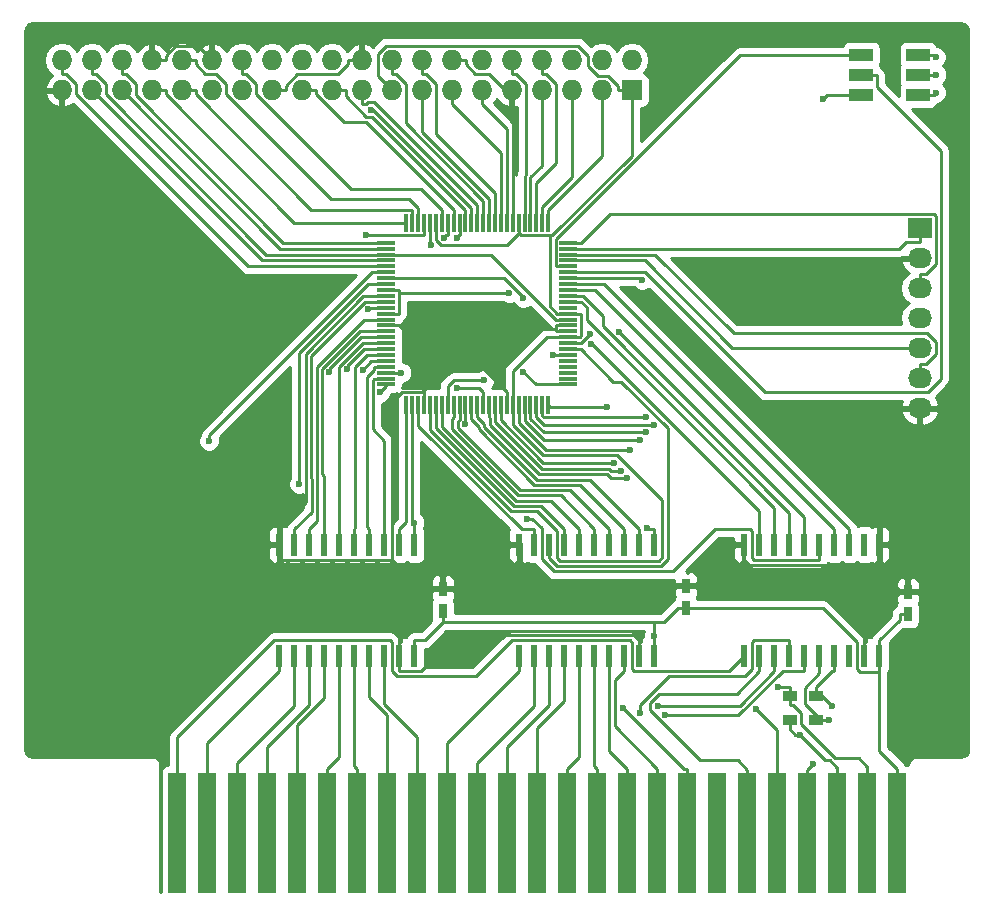
<source format=gbr>
G04 #@! TF.FileFunction,Copper,L1,Top,Signal*
%FSLAX46Y46*%
G04 Gerber Fmt 4.6, Leading zero omitted, Abs format (unit mm)*
G04 Created by KiCad (PCBNEW 4.0.7) date 03/28/18 13:14:18*
%MOMM*%
%LPD*%
G01*
G04 APERTURE LIST*
%ADD10C,0.100000*%
%ADD11R,1.727200X1.727200*%
%ADD12O,1.727200X1.727200*%
%ADD13R,1.524000X10.160000*%
%ADD14R,1.500000X0.300000*%
%ADD15R,0.300000X1.500000*%
%ADD16R,0.600000X1.950000*%
%ADD17R,2.000000X1.100000*%
%ADD18R,2.032000X1.727200*%
%ADD19O,2.032000X1.727200*%
%ADD20R,0.750000X1.200000*%
%ADD21R,1.200000X0.900000*%
%ADD22C,0.600000*%
%ADD23C,0.250000*%
%ADD24C,0.254000*%
G04 APERTURE END LIST*
D10*
D11*
X156210000Y-74930000D03*
D12*
X156210000Y-72390000D03*
X153670000Y-74930000D03*
X153670000Y-72390000D03*
X151130000Y-74930000D03*
X151130000Y-72390000D03*
X148590000Y-74930000D03*
X148590000Y-72390000D03*
X146050000Y-74930000D03*
X146050000Y-72390000D03*
X143510000Y-74930000D03*
X143510000Y-72390000D03*
X140970000Y-74930000D03*
X140970000Y-72390000D03*
X138430000Y-74930000D03*
X138430000Y-72390000D03*
X135890000Y-74930000D03*
X135890000Y-72390000D03*
X133350000Y-74930000D03*
X133350000Y-72390000D03*
X130810000Y-74930000D03*
X130810000Y-72390000D03*
X128270000Y-74930000D03*
X128270000Y-72390000D03*
X125730000Y-74930000D03*
X125730000Y-72390000D03*
X123190000Y-74930000D03*
X123190000Y-72390000D03*
X120650000Y-74930000D03*
X120650000Y-72390000D03*
X118110000Y-74930000D03*
X118110000Y-72390000D03*
X115570000Y-74930000D03*
X115570000Y-72390000D03*
X113030000Y-74930000D03*
X113030000Y-72390000D03*
X110490000Y-74930000D03*
X110490000Y-72390000D03*
X107950000Y-74930000D03*
X107950000Y-72390000D03*
D13*
X178689000Y-137795000D03*
X176149000Y-137795000D03*
X173609000Y-137795000D03*
X171069000Y-137795000D03*
X168529000Y-137795000D03*
X165989000Y-137795000D03*
X163449000Y-137795000D03*
X160909000Y-137795000D03*
X158369000Y-137795000D03*
X155829000Y-137795000D03*
X153289000Y-137795000D03*
X150749000Y-137795000D03*
X148209000Y-137795000D03*
X145669000Y-137795000D03*
X143129000Y-137795000D03*
X140589000Y-137795000D03*
X138049000Y-137795000D03*
X135509000Y-137795000D03*
X132969000Y-137795000D03*
X130429000Y-137795000D03*
X127889000Y-137795000D03*
X125349000Y-137795000D03*
X122809000Y-137795000D03*
X120269000Y-137795000D03*
X117729000Y-137795000D03*
D14*
X150829000Y-99853000D03*
X150829000Y-99353000D03*
X150829000Y-98853000D03*
X150829000Y-98353000D03*
X150829000Y-97853000D03*
X150829000Y-97353000D03*
X150829000Y-96853000D03*
X150829000Y-96353000D03*
X150829000Y-95853000D03*
X150829000Y-95353000D03*
X150829000Y-94853000D03*
X150829000Y-94353000D03*
X150829000Y-93853000D03*
X150829000Y-93353000D03*
X150829000Y-92853000D03*
X150829000Y-92353000D03*
X150829000Y-91853000D03*
X150829000Y-91353000D03*
X150829000Y-90853000D03*
X150829000Y-90353000D03*
X150829000Y-89853000D03*
X150829000Y-89353000D03*
X150829000Y-88853000D03*
X150829000Y-88353000D03*
X150829000Y-87853000D03*
D15*
X149129000Y-86153000D03*
X148629000Y-86153000D03*
X148129000Y-86153000D03*
X147629000Y-86153000D03*
X147129000Y-86153000D03*
X146629000Y-86153000D03*
X146129000Y-86153000D03*
X145629000Y-86153000D03*
X145129000Y-86153000D03*
X144629000Y-86153000D03*
X144129000Y-86153000D03*
X143629000Y-86153000D03*
X143129000Y-86153000D03*
X142629000Y-86153000D03*
X142129000Y-86153000D03*
X141629000Y-86153000D03*
X141129000Y-86153000D03*
X140629000Y-86153000D03*
X140129000Y-86153000D03*
X139629000Y-86153000D03*
X139129000Y-86153000D03*
X138629000Y-86153000D03*
X138129000Y-86153000D03*
X137629000Y-86153000D03*
X137129000Y-86153000D03*
D14*
X135429000Y-87853000D03*
X135429000Y-88353000D03*
X135429000Y-88853000D03*
X135429000Y-89353000D03*
X135429000Y-89853000D03*
X135429000Y-90353000D03*
X135429000Y-90853000D03*
X135429000Y-91353000D03*
X135429000Y-91853000D03*
X135429000Y-92353000D03*
X135429000Y-92853000D03*
X135429000Y-93353000D03*
X135429000Y-93853000D03*
X135429000Y-94353000D03*
X135429000Y-94853000D03*
X135429000Y-95353000D03*
X135429000Y-95853000D03*
X135429000Y-96353000D03*
X135429000Y-96853000D03*
X135429000Y-97353000D03*
X135429000Y-97853000D03*
X135429000Y-98353000D03*
X135429000Y-98853000D03*
X135429000Y-99353000D03*
X135429000Y-99853000D03*
D15*
X137129000Y-101553000D03*
X137629000Y-101553000D03*
X138129000Y-101553000D03*
X138629000Y-101553000D03*
X139129000Y-101553000D03*
X139629000Y-101553000D03*
X140129000Y-101553000D03*
X140629000Y-101553000D03*
X141129000Y-101553000D03*
X141629000Y-101553000D03*
X142129000Y-101553000D03*
X142629000Y-101553000D03*
X143129000Y-101553000D03*
X143629000Y-101553000D03*
X144129000Y-101553000D03*
X144629000Y-101553000D03*
X145129000Y-101553000D03*
X145629000Y-101553000D03*
X146129000Y-101553000D03*
X146629000Y-101553000D03*
X147129000Y-101553000D03*
X147629000Y-101553000D03*
X148129000Y-101553000D03*
X148629000Y-101553000D03*
X149129000Y-101553000D03*
D16*
X177165000Y-113410000D03*
X175895000Y-113410000D03*
X174625000Y-113410000D03*
X173355000Y-113410000D03*
X172085000Y-113410000D03*
X170815000Y-113410000D03*
X169545000Y-113410000D03*
X168275000Y-113410000D03*
X167005000Y-113410000D03*
X165735000Y-113410000D03*
X165735000Y-122810000D03*
X167005000Y-122810000D03*
X168275000Y-122810000D03*
X169545000Y-122810000D03*
X170815000Y-122810000D03*
X172085000Y-122810000D03*
X173355000Y-122810000D03*
X174625000Y-122810000D03*
X175895000Y-122810000D03*
X177165000Y-122810000D03*
X137795000Y-113410000D03*
X136525000Y-113410000D03*
X135255000Y-113410000D03*
X133985000Y-113410000D03*
X132715000Y-113410000D03*
X131445000Y-113410000D03*
X130175000Y-113410000D03*
X128905000Y-113410000D03*
X127635000Y-113410000D03*
X126365000Y-113410000D03*
X126365000Y-122810000D03*
X127635000Y-122810000D03*
X128905000Y-122810000D03*
X130175000Y-122810000D03*
X131445000Y-122810000D03*
X132715000Y-122810000D03*
X133985000Y-122810000D03*
X135255000Y-122810000D03*
X136525000Y-122810000D03*
X137795000Y-122810000D03*
X158115000Y-113410000D03*
X156845000Y-113410000D03*
X155575000Y-113410000D03*
X154305000Y-113410000D03*
X153035000Y-113410000D03*
X151765000Y-113410000D03*
X150495000Y-113410000D03*
X149225000Y-113410000D03*
X147955000Y-113410000D03*
X146685000Y-113410000D03*
X146685000Y-122810000D03*
X147955000Y-122810000D03*
X149225000Y-122810000D03*
X150495000Y-122810000D03*
X151765000Y-122810000D03*
X153035000Y-122810000D03*
X154305000Y-122810000D03*
X155575000Y-122810000D03*
X156845000Y-122810000D03*
X158115000Y-122810000D03*
D17*
X175654000Y-71960000D03*
X175654000Y-73660000D03*
X175654000Y-75360000D03*
X180454000Y-75360000D03*
X180454000Y-73660000D03*
X180454000Y-71960000D03*
D18*
X180594000Y-86614000D03*
D19*
X180594000Y-89154000D03*
X180594000Y-91694000D03*
X180594000Y-94234000D03*
X180594000Y-96774000D03*
X180594000Y-99314000D03*
X180594000Y-101854000D03*
D20*
X179578000Y-119314000D03*
X179578000Y-117414000D03*
X160782000Y-118806000D03*
X160782000Y-116906000D03*
X140208000Y-119060000D03*
X140208000Y-117160000D03*
D21*
X171788000Y-126238000D03*
X169588000Y-126238000D03*
X171788000Y-128270000D03*
X169588000Y-128270000D03*
D22*
X152699600Y-95598600D03*
X134126200Y-76574900D03*
X141408000Y-87411000D03*
X140293400Y-87428500D03*
X146972600Y-98764900D03*
X133724000Y-87183500D03*
X158115000Y-121143200D03*
X168581900Y-125462700D03*
X171577000Y-131953000D03*
X166726400Y-127307100D03*
X155437800Y-127207700D03*
X139065000Y-122810000D03*
X154418500Y-116698300D03*
X139168600Y-88077600D03*
X147315200Y-95150100D03*
X173134000Y-127045900D03*
X156932700Y-127629400D03*
X158414000Y-127053100D03*
X170442600Y-129524100D03*
X172903700Y-128270000D03*
X159055000Y-127869700D03*
X141400400Y-100118400D03*
X133882000Y-93479900D03*
X120425800Y-104648400D03*
X130609200Y-98834900D03*
X132131200Y-98557100D03*
X133426600Y-98643900D03*
X136685900Y-98853000D03*
X134890400Y-100531400D03*
X128040100Y-108275100D03*
X137795000Y-111555600D03*
X157510300Y-112019800D03*
X149563600Y-97353000D03*
X147339100Y-111228200D03*
X142129000Y-103209000D03*
X155109100Y-95385200D03*
X143735400Y-99474800D03*
X152769600Y-96413300D03*
X147022900Y-92511300D03*
X155832700Y-107802900D03*
X155334700Y-107168900D03*
X154717000Y-106504900D03*
X154087400Y-101763600D03*
X156095100Y-105409000D03*
X156885700Y-104530400D03*
X157391800Y-103899100D03*
X158090000Y-103252600D03*
X157439400Y-102613700D03*
X145809100Y-92117100D03*
X172425000Y-75702000D03*
X157085900Y-90994100D03*
X181975200Y-75140400D03*
X181984100Y-73617900D03*
X181954800Y-72134700D03*
D23*
X153670000Y-74930000D02*
X153670000Y-76118900D01*
X149129000Y-86153000D02*
X149129000Y-85077700D01*
X153670000Y-80536700D02*
X149129000Y-85077700D01*
X153670000Y-76118900D02*
X153670000Y-80536700D01*
X151130000Y-74930000D02*
X151130000Y-76118900D01*
X151130000Y-82310500D02*
X151130000Y-76118900D01*
X148629000Y-84811500D02*
X151130000Y-82310500D01*
X148629000Y-86153000D02*
X148629000Y-84811500D01*
X147629000Y-82325700D02*
X147629000Y-86153000D01*
X148590000Y-81364700D02*
X147629000Y-82325700D01*
X148590000Y-74930000D02*
X148590000Y-81364700D01*
X148961600Y-73578900D02*
X148590000Y-73578900D01*
X149778900Y-74396200D02*
X148961600Y-73578900D01*
X149778900Y-81131000D02*
X149778900Y-74396200D01*
X148129000Y-82780900D02*
X149778900Y-81131000D01*
X148129000Y-86153000D02*
X148129000Y-82780900D01*
X148590000Y-72390000D02*
X148590000Y-73578900D01*
X146050000Y-72390000D02*
X146050000Y-73578900D01*
X147129000Y-82188800D02*
X147129000Y-86153000D01*
X147238900Y-82078900D02*
X147129000Y-82188800D01*
X147238900Y-74396200D02*
X147238900Y-82078900D01*
X146421600Y-73578900D02*
X147238900Y-74396200D01*
X146050000Y-73578900D02*
X146421600Y-73578900D01*
X143510000Y-74930000D02*
X143510000Y-76118900D01*
X145629000Y-78237900D02*
X145629000Y-86153000D01*
X143510000Y-76118900D02*
X145629000Y-78237900D01*
X151945200Y-96353000D02*
X152699600Y-95598600D01*
X150829000Y-96353000D02*
X151945200Y-96353000D01*
X145129000Y-80277900D02*
X140970000Y-76118900D01*
X145129000Y-86153000D02*
X145129000Y-80277900D01*
X140970000Y-74930000D02*
X140970000Y-76118900D01*
X138430000Y-78467900D02*
X138430000Y-74930000D01*
X144129000Y-84166900D02*
X138430000Y-78467900D01*
X144129000Y-86153000D02*
X144129000Y-84166900D01*
X138430000Y-72390000D02*
X138430000Y-73578900D01*
X138801600Y-73578900D02*
X138430000Y-73578900D01*
X139618900Y-74396200D02*
X138801600Y-73578900D01*
X139618900Y-78623200D02*
X139618900Y-74396200D01*
X144629000Y-83633300D02*
X139618900Y-78623200D01*
X144629000Y-86153000D02*
X144629000Y-83633300D01*
X135890000Y-72390000D02*
X135890000Y-73578900D01*
X136261600Y-73578900D02*
X135890000Y-73578900D01*
X137078900Y-74396200D02*
X136261600Y-73578900D01*
X137078900Y-77753700D02*
X137078900Y-74396200D01*
X143629000Y-84303800D02*
X137078900Y-77753700D01*
X143629000Y-86153000D02*
X143629000Y-84303800D01*
X133350000Y-74930000D02*
X133350000Y-76118900D01*
X143129000Y-86153000D02*
X143129000Y-85077700D01*
X133697900Y-76118900D02*
X133350000Y-76118900D01*
X133867200Y-75949600D02*
X133697900Y-76118900D01*
X134385300Y-75949600D02*
X133867200Y-75949600D01*
X143129000Y-84693300D02*
X134385300Y-75949600D01*
X143129000Y-85077700D02*
X143129000Y-84693300D01*
X142129000Y-86153000D02*
X142129000Y-85077700D01*
X130810000Y-74930000D02*
X131998900Y-74930000D01*
X134251500Y-77200200D02*
X142129000Y-85077700D01*
X133739100Y-77200200D02*
X134251500Y-77200200D01*
X131998900Y-75460000D02*
X133739100Y-77200200D01*
X131998900Y-74930000D02*
X131998900Y-75460000D01*
X142629000Y-84896000D02*
X142629000Y-86153000D01*
X134307900Y-76574900D02*
X142629000Y-84896000D01*
X134126200Y-76574900D02*
X134307900Y-76574900D01*
X141129000Y-86153000D02*
X141129000Y-85077700D01*
X128270000Y-74930000D02*
X129458900Y-74930000D01*
X133715700Y-77664400D02*
X141129000Y-85077700D01*
X131821800Y-77664400D02*
X133715700Y-77664400D01*
X129458900Y-75301500D02*
X131821800Y-77664400D01*
X129458900Y-74930000D02*
X129458900Y-75301500D01*
X141629000Y-86153000D02*
X141629000Y-87228300D01*
X141590700Y-87228300D02*
X141408000Y-87411000D01*
X141629000Y-87228300D02*
X141590700Y-87228300D01*
X140629000Y-86153000D02*
X140629000Y-87228300D01*
X140493600Y-87228300D02*
X140293400Y-87428500D01*
X140629000Y-87228300D02*
X140493600Y-87228300D01*
X148060700Y-99853000D02*
X146972600Y-98764900D01*
X150829000Y-99853000D02*
X148060700Y-99853000D01*
X138350200Y-83298900D02*
X140129000Y-85077700D01*
X132408400Y-83298900D02*
X138350200Y-83298900D01*
X124378900Y-75269400D02*
X132408400Y-83298900D01*
X124378900Y-74396200D02*
X124378900Y-75269400D01*
X123561600Y-73578900D02*
X124378900Y-74396200D01*
X123190000Y-73578900D02*
X123561600Y-73578900D01*
X123190000Y-72390000D02*
X123190000Y-73578900D01*
X140129000Y-86153000D02*
X140129000Y-85077700D01*
X138629000Y-86153000D02*
X138629000Y-87228300D01*
X133768800Y-87228300D02*
X133724000Y-87183500D01*
X138629000Y-87228300D02*
X133768800Y-87228300D01*
X137629000Y-86153000D02*
X137629000Y-85077700D01*
X118110000Y-74930000D02*
X119298900Y-74930000D01*
X119298900Y-75301500D02*
X119298900Y-74930000D01*
X129075100Y-85077700D02*
X119298900Y-75301500D01*
X137629000Y-85077700D02*
X129075100Y-85077700D01*
X138129000Y-86153000D02*
X138129000Y-85077700D01*
X118110000Y-72390000D02*
X119298900Y-72390000D01*
X119298900Y-72761600D02*
X119298900Y-72390000D01*
X120116200Y-73578900D02*
X119298900Y-72761600D01*
X121002200Y-73578900D02*
X120116200Y-73578900D01*
X121839000Y-74415700D02*
X121002200Y-73578900D01*
X121839000Y-75261500D02*
X121839000Y-74415700D01*
X130754600Y-84177100D02*
X121839000Y-75261500D01*
X137365300Y-84177100D02*
X130754600Y-84177100D01*
X138129000Y-84940800D02*
X137365300Y-84177100D01*
X138129000Y-85077700D02*
X138129000Y-84940800D01*
X116758900Y-75301500D02*
X116758900Y-74930000D01*
X127610400Y-86153000D02*
X116758900Y-75301500D01*
X137129000Y-86153000D02*
X127610400Y-86153000D01*
X115570000Y-74930000D02*
X116758900Y-74930000D01*
X135429000Y-88353000D02*
X134353700Y-88353000D01*
X126453000Y-88353000D02*
X113030000Y-74930000D01*
X134353700Y-88353000D02*
X126453000Y-88353000D01*
X113401600Y-73578900D02*
X113030000Y-73578900D01*
X114218900Y-74396200D02*
X113401600Y-73578900D01*
X114218900Y-75362500D02*
X114218900Y-74396200D01*
X126709400Y-87853000D02*
X114218900Y-75362500D01*
X134353700Y-87853000D02*
X126709400Y-87853000D01*
X135429000Y-87853000D02*
X134353700Y-87853000D01*
X113030000Y-72390000D02*
X113030000Y-73578900D01*
X124913000Y-89353000D02*
X110490000Y-74930000D01*
X135429000Y-89353000D02*
X124913000Y-89353000D01*
X150829000Y-94353000D02*
X149753700Y-94353000D01*
X144253700Y-88853000D02*
X135429000Y-88853000D01*
X149753700Y-94353000D02*
X144253700Y-88853000D01*
X110861600Y-73578900D02*
X110490000Y-73578900D01*
X111678900Y-74396200D02*
X110861600Y-73578900D01*
X111678900Y-75301400D02*
X111678900Y-74396200D01*
X125230500Y-88853000D02*
X111678900Y-75301400D01*
X135429000Y-88853000D02*
X125230500Y-88853000D01*
X110490000Y-72390000D02*
X110490000Y-73578900D01*
X123707400Y-89853000D02*
X135429000Y-89853000D01*
X109138900Y-75284500D02*
X123707400Y-89853000D01*
X109138900Y-74396200D02*
X109138900Y-75284500D01*
X108321600Y-73578900D02*
X109138900Y-74396200D01*
X107950000Y-73578900D02*
X108321600Y-73578900D01*
X107950000Y-72390000D02*
X107950000Y-73578900D01*
X158115000Y-122810000D02*
X158115000Y-121509700D01*
X140208000Y-119060000D02*
X140208000Y-119985300D01*
X178689000Y-137795000D02*
X178689000Y-132389700D01*
X158115000Y-121509700D02*
X158115000Y-121143200D01*
X177165000Y-130865700D02*
X178689000Y-132389700D01*
X177165000Y-124155500D02*
X177165000Y-130865700D01*
X175499200Y-124155500D02*
X177165000Y-124155500D01*
X175269600Y-123925900D02*
X175499200Y-124155500D01*
X175269600Y-121667800D02*
X175269600Y-123925900D01*
X172407800Y-118806000D02*
X175269600Y-121667800D01*
X160782000Y-118806000D02*
X172407800Y-118806000D01*
X138683600Y-121509700D02*
X140208000Y-119985300D01*
X137795000Y-121509700D02*
X138683600Y-121509700D01*
X137795000Y-122810000D02*
X137795000Y-121509700D01*
X177165000Y-124155500D02*
X177165000Y-122810000D01*
X178877700Y-119797000D02*
X178877700Y-119314000D01*
X177165000Y-121509700D02*
X178877700Y-119797000D01*
X177165000Y-122810000D02*
X177165000Y-121509700D01*
X179578000Y-119314000D02*
X178877700Y-119314000D01*
X160782000Y-118806000D02*
X160081700Y-118806000D01*
X158115000Y-119985300D02*
X158115000Y-121143200D01*
X140208000Y-119985300D02*
X158115000Y-119985300D01*
X158902400Y-119985300D02*
X160081700Y-118806000D01*
X158115000Y-119985300D02*
X158902400Y-119985300D01*
X173414700Y-131512300D02*
X175454300Y-131512300D01*
X176149000Y-132207000D02*
X176149000Y-137795000D01*
X175454300Y-131512300D02*
X176149000Y-132207000D01*
X169588000Y-126238000D02*
X169588000Y-127013300D01*
X169588000Y-126238000D02*
X169588000Y-125462700D01*
X170513400Y-128611000D02*
X173414700Y-131512300D01*
X170513400Y-127648000D02*
X170513400Y-128611000D01*
X169878700Y-127013300D02*
X170513400Y-127648000D01*
X169588000Y-127013300D02*
X169878700Y-127013300D01*
X168581900Y-125462700D02*
X169588000Y-125462700D01*
X171069000Y-132461000D02*
X171577000Y-131953000D01*
X171069000Y-137795000D02*
X171069000Y-132461000D01*
X168529000Y-129109700D02*
X168529000Y-137795000D01*
X166726400Y-127307100D02*
X168529000Y-129109700D01*
X160619800Y-132389700D02*
X160909000Y-132389700D01*
X155437800Y-127207700D02*
X160619800Y-132389700D01*
X160909000Y-137795000D02*
X160909000Y-132389700D01*
X155575000Y-122810000D02*
X155575000Y-124110300D01*
X158369000Y-137795000D02*
X158369000Y-132389700D01*
X154776700Y-128797400D02*
X158369000Y-132389700D01*
X154776700Y-124908600D02*
X154776700Y-128797400D01*
X155575000Y-124110300D02*
X154776700Y-124908600D01*
X154305000Y-122810000D02*
X154305000Y-124110300D01*
X155829000Y-137795000D02*
X155829000Y-132389700D01*
X154305000Y-130865700D02*
X155829000Y-132389700D01*
X154305000Y-124110300D02*
X154305000Y-130865700D01*
X153289000Y-137795000D02*
X153289000Y-132389700D01*
X153035000Y-132135700D02*
X153289000Y-132389700D01*
X153035000Y-124110300D02*
X153035000Y-132135700D01*
X153035000Y-122810000D02*
X153035000Y-124110300D01*
X151765000Y-131373700D02*
X150749000Y-132389700D01*
X151765000Y-122810000D02*
X151765000Y-131373700D01*
X150749000Y-137795000D02*
X150749000Y-132389700D01*
X150495000Y-126684700D02*
X150495000Y-122810000D01*
X148209000Y-128970700D02*
X150495000Y-126684700D01*
X148209000Y-137795000D02*
X148209000Y-128970700D01*
X145669000Y-130555500D02*
X145669000Y-137795000D01*
X149225000Y-126999500D02*
X145669000Y-130555500D01*
X149225000Y-124110300D02*
X149225000Y-126999500D01*
X149225000Y-122810000D02*
X149225000Y-124110300D01*
X143129000Y-131889700D02*
X143129000Y-137795000D01*
X147955000Y-127063700D02*
X143129000Y-131889700D01*
X147955000Y-122810000D02*
X147955000Y-127063700D01*
X140589000Y-130206300D02*
X140589000Y-137795000D01*
X146685000Y-124110300D02*
X140589000Y-130206300D01*
X146685000Y-122810000D02*
X146685000Y-124110300D01*
X138049000Y-129702600D02*
X138049000Y-137795000D01*
X135255000Y-126908600D02*
X138049000Y-129702600D01*
X135255000Y-122810000D02*
X135255000Y-126908600D01*
X135509000Y-127799500D02*
X135509000Y-137795000D01*
X133985000Y-126275500D02*
X135509000Y-127799500D01*
X133985000Y-122810000D02*
X133985000Y-126275500D01*
X132715000Y-132135700D02*
X132969000Y-132389700D01*
X132715000Y-122810000D02*
X132715000Y-132135700D01*
X132969000Y-137795000D02*
X132969000Y-132389700D01*
X131445000Y-131373700D02*
X130429000Y-132389700D01*
X131445000Y-122810000D02*
X131445000Y-131373700D01*
X130429000Y-137795000D02*
X130429000Y-132389700D01*
X127889000Y-128667200D02*
X127889000Y-137795000D01*
X130175000Y-126381200D02*
X127889000Y-128667200D01*
X130175000Y-122810000D02*
X130175000Y-126381200D01*
X128905000Y-127014300D02*
X128905000Y-124110300D01*
X125349000Y-130570300D02*
X128905000Y-127014300D01*
X125349000Y-137795000D02*
X125349000Y-130570300D01*
X128905000Y-122810000D02*
X128905000Y-124110300D01*
X122809000Y-131889700D02*
X122809000Y-137795000D01*
X127635000Y-127063700D02*
X122809000Y-131889700D01*
X127635000Y-122810000D02*
X127635000Y-127063700D01*
X120269000Y-137795000D02*
X120269000Y-132389700D01*
X126365000Y-122810000D02*
X126365000Y-124110300D01*
X120269000Y-130206300D02*
X126365000Y-124110300D01*
X120269000Y-132389700D02*
X120269000Y-130206300D01*
X117729000Y-129708600D02*
X117729000Y-137795000D01*
X125946800Y-121490800D02*
X117729000Y-129708600D01*
X135717000Y-121490800D02*
X125946800Y-121490800D01*
X135899600Y-121673400D02*
X135717000Y-121490800D01*
X135899600Y-124129700D02*
X135899600Y-121673400D01*
X136339500Y-124569600D02*
X135899600Y-124129700D01*
X142999700Y-124569600D02*
X136339500Y-124569600D01*
X146059600Y-121509700D02*
X142999700Y-124569600D01*
X156029100Y-121509700D02*
X146059600Y-121509700D01*
X156219600Y-121700200D02*
X156029100Y-121509700D01*
X156219600Y-123929600D02*
X156219600Y-121700200D01*
X156400400Y-124110400D02*
X156219600Y-123929600D01*
X164434600Y-124110400D02*
X156400400Y-124110400D01*
X165735000Y-122810000D02*
X164434600Y-124110400D01*
X139065000Y-122810000D02*
X139065000Y-122809000D01*
X177165000Y-106471900D02*
X177165000Y-113410000D01*
X180594000Y-103042900D02*
X177165000Y-106471900D01*
X180594000Y-101854000D02*
X180594000Y-103042900D01*
X165735000Y-113410000D02*
X165735000Y-114710300D01*
X126365000Y-113410000D02*
X126365000Y-112109700D01*
X126365000Y-113410000D02*
X126365000Y-114710300D01*
X161132200Y-116906000D02*
X161482300Y-116906000D01*
X161132200Y-116906000D02*
X160782000Y-116906000D01*
X160782000Y-116906000D02*
X160081700Y-116906000D01*
X144235300Y-117160000D02*
X146685000Y-114710300D01*
X140208000Y-117160000D02*
X144235300Y-117160000D01*
X146685000Y-113410000D02*
X146685000Y-114710300D01*
X177165000Y-113410000D02*
X177165000Y-114710300D01*
X163539300Y-116906000D02*
X165735000Y-114710300D01*
X161482300Y-116906000D02*
X163539300Y-116906000D01*
X138629000Y-101553000D02*
X138629000Y-100477700D01*
X133487700Y-92353000D02*
X135429000Y-92353000D01*
X128586300Y-97254400D02*
X133487700Y-92353000D01*
X128586300Y-107936800D02*
X128586300Y-97254400D01*
X128665500Y-108016000D02*
X128586300Y-107936800D01*
X128665500Y-109809200D02*
X128665500Y-108016000D01*
X126365000Y-112109700D02*
X128665500Y-109809200D01*
X135429000Y-94853000D02*
X136504300Y-94853000D01*
X154626200Y-116906000D02*
X154418500Y-116698300D01*
X160081700Y-116906000D02*
X154626200Y-116906000D01*
X148673000Y-116698300D02*
X146685000Y-114710300D01*
X154418500Y-116698300D02*
X148673000Y-116698300D01*
X156845000Y-122810000D02*
X156845000Y-121509700D01*
X146050000Y-74930000D02*
X145455600Y-74930000D01*
X136525000Y-122810000D02*
X136525000Y-124110300D01*
X179578000Y-117414000D02*
X178877700Y-117414000D01*
X166185300Y-115160600D02*
X176714700Y-115160600D01*
X165735000Y-114710300D02*
X166185300Y-115160600D01*
X176714700Y-115160600D02*
X177165000Y-114710300D01*
X178877700Y-117323600D02*
X178877700Y-117414000D01*
X176714700Y-115160600D02*
X178877700Y-117323600D01*
X175895000Y-120396700D02*
X175895000Y-122810000D01*
X178877700Y-117414000D02*
X175895000Y-120396700D01*
X132161100Y-72761600D02*
X132161100Y-72390000D01*
X131343800Y-73578900D02*
X132161100Y-72761600D01*
X127898400Y-73578900D02*
X131343800Y-73578900D01*
X126918900Y-74558400D02*
X127898400Y-73578900D01*
X126918900Y-74930000D02*
X126918900Y-74558400D01*
X125730000Y-74930000D02*
X126918900Y-74930000D01*
X133350000Y-72390000D02*
X132161100Y-72390000D01*
X150829000Y-94853000D02*
X149753700Y-94853000D01*
X150829000Y-95353000D02*
X149753700Y-95353000D01*
X142158900Y-72761600D02*
X142158900Y-72390000D01*
X142976200Y-73578900D02*
X142158900Y-72761600D01*
X144104500Y-73578900D02*
X142976200Y-73578900D01*
X145455600Y-74930000D02*
X144104500Y-73578900D01*
X140970000Y-72390000D02*
X142158900Y-72390000D01*
X116758900Y-72018400D02*
X116758900Y-72390000D01*
X117576200Y-71201100D02*
X116758900Y-72018400D01*
X119461100Y-71201100D02*
X117576200Y-71201100D01*
X120650000Y-72390000D02*
X119461100Y-71201100D01*
X115570000Y-72390000D02*
X116758900Y-72390000D01*
X135899600Y-114710300D02*
X126365000Y-114710300D01*
X135899600Y-101347700D02*
X135899600Y-114710300D01*
X136769600Y-100477700D02*
X135899600Y-101347700D01*
X138629000Y-100477700D02*
X136769600Y-100477700D01*
X138629000Y-99706200D02*
X139993300Y-98341900D01*
X138629000Y-100477700D02*
X138629000Y-99706200D01*
X145629000Y-101553000D02*
X145629000Y-100477700D01*
X139993300Y-98341900D02*
X136504300Y-94853000D01*
X136525000Y-118984300D02*
X136525000Y-122810000D01*
X138349300Y-117160000D02*
X136525000Y-118984300D01*
X140208000Y-117160000D02*
X138349300Y-117160000D01*
X138349300Y-117160000D02*
X135899600Y-114710300D01*
X146129000Y-75603400D02*
X146129000Y-86153000D01*
X145455600Y-74930000D02*
X146129000Y-75603400D01*
X138402000Y-124110300D02*
X136525000Y-124110300D01*
X141452900Y-121059400D02*
X138402000Y-124110300D01*
X156394700Y-121059400D02*
X141452900Y-121059400D01*
X156845000Y-121509700D02*
X156394700Y-121059400D01*
X139129000Y-88038000D02*
X139168600Y-88077600D01*
X139129000Y-86153000D02*
X139129000Y-88038000D01*
X149753700Y-94853000D02*
X149753700Y-95150100D01*
X149753700Y-95150100D02*
X149753700Y-95353000D01*
X149753700Y-95150100D02*
X147315200Y-95150100D01*
X143808300Y-98657000D02*
X147315200Y-95150100D01*
X143493200Y-98341900D02*
X143808300Y-98657000D01*
X139993300Y-98341900D02*
X143493200Y-98341900D01*
X143808300Y-98657000D02*
X145629000Y-100477700D01*
X173140400Y-124110300D02*
X173355000Y-124110300D01*
X171788000Y-125462700D02*
X173140400Y-124110300D01*
X173355000Y-122810000D02*
X173355000Y-124110300D01*
X171788000Y-126238000D02*
X171788000Y-125850300D01*
X171788000Y-125850300D02*
X171788000Y-125462700D01*
X171938400Y-125850300D02*
X173134000Y-127045900D01*
X171788000Y-125850300D02*
X171938400Y-125850300D01*
X156932700Y-126984800D02*
X156932700Y-127629400D01*
X159356700Y-124560800D02*
X156932700Y-126984800D01*
X165770800Y-124560800D02*
X159356700Y-124560800D01*
X166379600Y-123952000D02*
X165770800Y-124560800D01*
X166379600Y-121651600D02*
X166379600Y-123952000D01*
X166521500Y-121509700D02*
X166379600Y-121651600D01*
X169545000Y-121509700D02*
X166521500Y-121509700D01*
X169545000Y-122810000D02*
X169545000Y-121509700D01*
X168275000Y-122810000D02*
X168275000Y-124110300D01*
X165332200Y-127053100D02*
X168275000Y-124110300D01*
X158414000Y-127053100D02*
X165332200Y-127053100D01*
X172605250Y-131686750D02*
X172952752Y-131686750D01*
X173609000Y-132342998D02*
X173609000Y-137795000D01*
X172952752Y-131686750D02*
X173609000Y-132342998D01*
X169588000Y-128270000D02*
X169588000Y-129045300D01*
X170066800Y-129524100D02*
X169588000Y-129045300D01*
X170442600Y-129524100D02*
X170066800Y-129524100D01*
X170442600Y-129524100D02*
X172605250Y-131686750D01*
X161962500Y-131661500D02*
X165189500Y-131661500D01*
X165989000Y-132461000D02*
X165989000Y-137795000D01*
X165189500Y-131661500D02*
X165989000Y-132461000D01*
X167005000Y-122810000D02*
X167005000Y-124110300D01*
X157741100Y-127440100D02*
X161962500Y-131661500D01*
X157741100Y-126827400D02*
X157741100Y-127440100D01*
X158534500Y-126034000D02*
X157741100Y-126827400D01*
X165081300Y-126034000D02*
X158534500Y-126034000D01*
X167005000Y-124110300D02*
X165081300Y-126034000D01*
X172713300Y-128270000D02*
X172903700Y-128270000D01*
X171788000Y-128270000D02*
X172250700Y-128270000D01*
X172250700Y-128270000D02*
X172713300Y-128270000D01*
X172085000Y-124307100D02*
X172085000Y-122810000D01*
X170862600Y-125529500D02*
X172085000Y-124307100D01*
X170862600Y-126881900D02*
X170862600Y-125529500D01*
X172250700Y-128270000D02*
X170862600Y-126881900D01*
X165229300Y-127869700D02*
X159055000Y-127869700D01*
X168988700Y-124110300D02*
X165229300Y-127869700D01*
X170815000Y-124110300D02*
X168988700Y-124110300D01*
X170815000Y-122810000D02*
X170815000Y-124110300D01*
X143269700Y-100118400D02*
X143629000Y-100477700D01*
X141400400Y-100118400D02*
X143269700Y-100118400D01*
X143629000Y-101553000D02*
X143629000Y-100477700D01*
X135429000Y-93353000D02*
X134353700Y-93353000D01*
X134008900Y-93353000D02*
X133882000Y-93479900D01*
X134353700Y-93353000D02*
X134008900Y-93353000D01*
X135429000Y-90353000D02*
X134353700Y-90353000D01*
X120425800Y-104141100D02*
X120425800Y-104648400D01*
X134213900Y-90353000D02*
X120425800Y-104141100D01*
X134353700Y-90353000D02*
X134213900Y-90353000D01*
X130609200Y-98549900D02*
X130609200Y-98834900D01*
X133306100Y-95853000D02*
X130609200Y-98549900D01*
X135429000Y-95853000D02*
X133306100Y-95853000D01*
X132131200Y-98301700D02*
X132131200Y-98557100D01*
X133579900Y-96853000D02*
X132131200Y-98301700D01*
X135429000Y-96853000D02*
X133579900Y-96853000D01*
X134172000Y-97853000D02*
X135429000Y-97853000D01*
X133426600Y-98598400D02*
X134172000Y-97853000D01*
X133426600Y-98643900D02*
X133426600Y-98598400D01*
X135429000Y-98853000D02*
X136504300Y-98853000D01*
X136504300Y-98853000D02*
X136685900Y-98853000D01*
X135429000Y-99992800D02*
X134890400Y-100531400D01*
X135429000Y-99853000D02*
X135429000Y-99992800D01*
X128040100Y-97163700D02*
X128040100Y-108275100D01*
X133850800Y-91353000D02*
X128040100Y-97163700D01*
X135429000Y-91353000D02*
X133850800Y-91353000D01*
X137795000Y-113410000D02*
X137795000Y-112109700D01*
X137629000Y-111389600D02*
X137795000Y-111555600D01*
X137629000Y-101553000D02*
X137629000Y-111389600D01*
X137795000Y-111555600D02*
X137795000Y-112109700D01*
X158115000Y-113410000D02*
X158115000Y-112109700D01*
X157600200Y-112109700D02*
X157510300Y-112019800D01*
X158115000Y-112109700D02*
X157600200Y-112109700D01*
X150829000Y-97353000D02*
X149753700Y-97353000D01*
X149753700Y-97353000D02*
X149563600Y-97353000D01*
X153868300Y-91353000D02*
X150829000Y-91353000D01*
X174625000Y-112109700D02*
X153868300Y-91353000D01*
X174625000Y-113410000D02*
X174625000Y-112109700D01*
X173355000Y-113410000D02*
X173355000Y-112109700D01*
X153098300Y-91853000D02*
X173355000Y-112109700D01*
X150829000Y-91853000D02*
X153098300Y-91853000D01*
X172085000Y-113410000D02*
X172085000Y-114710300D01*
X142129000Y-101553000D02*
X142129000Y-103209000D01*
X166570200Y-114710300D02*
X172085000Y-114710300D01*
X166379600Y-114519700D02*
X166570200Y-114710300D01*
X166379600Y-112251800D02*
X166379600Y-114519700D01*
X166237300Y-112109500D02*
X166379600Y-112251800D01*
X163278600Y-112109500D02*
X166237300Y-112109500D01*
X159719100Y-115669000D02*
X163278600Y-112109500D01*
X149638800Y-115669000D02*
X159719100Y-115669000D01*
X148585300Y-114615500D02*
X149638800Y-115669000D01*
X148585300Y-112030900D02*
X148585300Y-114615500D01*
X147782600Y-111228200D02*
X148585300Y-112030900D01*
X147339100Y-111228200D02*
X147782600Y-111228200D01*
X140629000Y-101553000D02*
X140629000Y-100477700D01*
X170815000Y-111091100D02*
X155109100Y-95385200D01*
X170815000Y-113410000D02*
X170815000Y-111091100D01*
X140629000Y-100005500D02*
X140629000Y-100477700D01*
X141159700Y-99474800D02*
X140629000Y-100005500D01*
X143735400Y-99474800D02*
X141159700Y-99474800D01*
X169545000Y-113410000D02*
X169545000Y-112109700D01*
X150829000Y-92353000D02*
X151904300Y-92353000D01*
X169545000Y-110705400D02*
X169545000Y-112109700D01*
X153764600Y-94925000D02*
X169545000Y-110705400D01*
X153764600Y-94067300D02*
X153764600Y-94925000D01*
X152050300Y-92353000D02*
X153764600Y-94067300D01*
X151904300Y-92353000D02*
X152050300Y-92353000D01*
X152380200Y-93328900D02*
X151904300Y-92853000D01*
X152380200Y-94394700D02*
X152380200Y-93328900D01*
X168275000Y-110289500D02*
X152380200Y-94394700D01*
X168275000Y-113410000D02*
X168275000Y-110289500D01*
X150829000Y-92853000D02*
X151904300Y-92853000D01*
X145429400Y-90853000D02*
X135429000Y-90853000D01*
X147022900Y-92446500D02*
X145429400Y-90853000D01*
X147022900Y-92511300D02*
X147022900Y-92446500D01*
X152862500Y-96413300D02*
X152769600Y-96413300D01*
X167005000Y-110555800D02*
X152862500Y-96413300D01*
X167005000Y-113410000D02*
X167005000Y-110555800D01*
X137129000Y-111505700D02*
X137129000Y-101553000D01*
X136525000Y-112109700D02*
X137129000Y-111505700D01*
X136525000Y-113410000D02*
X136525000Y-112109700D01*
X135429000Y-99353000D02*
X134353700Y-99353000D01*
X134260600Y-99446100D02*
X134353700Y-99353000D01*
X134260600Y-103655300D02*
X134260600Y-99446100D01*
X135255000Y-104649700D02*
X134260600Y-103655300D01*
X135255000Y-113410000D02*
X135255000Y-104649700D01*
X133985000Y-113410000D02*
X133985000Y-112109700D01*
X135429000Y-98353000D02*
X134353700Y-98353000D01*
X134353700Y-98601200D02*
X134353700Y-98353000D01*
X133771800Y-99183100D02*
X134353700Y-98601200D01*
X133771800Y-111896500D02*
X133771800Y-99183100D01*
X133985000Y-112109700D02*
X133771800Y-111896500D01*
X135429000Y-97353000D02*
X134353700Y-97353000D01*
X132715000Y-113410000D02*
X132715000Y-112109700D01*
X132794500Y-112030200D02*
X132715000Y-112109700D01*
X132794500Y-98368600D02*
X132794500Y-112030200D01*
X133810100Y-97353000D02*
X132794500Y-98368600D01*
X134353700Y-97353000D02*
X133810100Y-97353000D01*
X135429000Y-96353000D02*
X134353700Y-96353000D01*
X131445000Y-113410000D02*
X131445000Y-112109700D01*
X131445000Y-98351000D02*
X131445000Y-112109700D01*
X133443000Y-96353000D02*
X131445000Y-98351000D01*
X134353700Y-96353000D02*
X133443000Y-96353000D01*
X135429000Y-95353000D02*
X134353700Y-95353000D01*
X130175000Y-113410000D02*
X130175000Y-112109700D01*
X133169200Y-95353000D02*
X134353700Y-95353000D01*
X129983900Y-98538300D02*
X133169200Y-95353000D01*
X129983900Y-107423700D02*
X129983900Y-98538300D01*
X130175000Y-107614800D02*
X129983900Y-107423700D01*
X130175000Y-112109700D02*
X130175000Y-107614800D01*
X135429000Y-94353000D02*
X134353700Y-94353000D01*
X128905000Y-113410000D02*
X128905000Y-112109700D01*
X133532300Y-94353000D02*
X134353700Y-94353000D01*
X129533600Y-98351700D02*
X133532300Y-94353000D01*
X129533600Y-107610300D02*
X129533600Y-98351700D01*
X129566100Y-107642800D02*
X129533600Y-107610300D01*
X129566100Y-111448600D02*
X129566100Y-107642800D01*
X128905000Y-112109700D02*
X129566100Y-111448600D01*
X135429000Y-92853000D02*
X134353700Y-92853000D01*
X127635000Y-113410000D02*
X127635000Y-112109700D01*
X133624600Y-92853000D02*
X134353700Y-92853000D01*
X129036600Y-97441000D02*
X133624600Y-92853000D01*
X129036600Y-107750200D02*
X129036600Y-97441000D01*
X129115800Y-107829400D02*
X129036600Y-107750200D01*
X129115800Y-110628900D02*
X129115800Y-107829400D01*
X127635000Y-112109700D02*
X129115800Y-110628900D01*
X156845000Y-113410000D02*
X156845000Y-112109700D01*
X143129000Y-101553000D02*
X143129000Y-102628300D01*
X152636300Y-107901000D02*
X156845000Y-112109700D01*
X148170800Y-107901000D02*
X152636300Y-107901000D01*
X143728400Y-103458600D02*
X148170800Y-107901000D01*
X143728400Y-103227700D02*
X143728400Y-103458600D01*
X143129000Y-102628300D02*
X143728400Y-103227700D01*
X142629000Y-101553000D02*
X142629000Y-102628300D01*
X155575000Y-113410000D02*
X155575000Y-112109700D01*
X151816600Y-108351300D02*
X155575000Y-112109700D01*
X147970000Y-108351300D02*
X151816600Y-108351300D01*
X143278100Y-103659400D02*
X147970000Y-108351300D01*
X143278100Y-103467400D02*
X143278100Y-103659400D01*
X142629000Y-102818300D02*
X143278100Y-103467400D01*
X142629000Y-102628300D02*
X142629000Y-102818300D01*
X154305000Y-113410000D02*
X154305000Y-112109700D01*
X150996900Y-108801600D02*
X154305000Y-112109700D01*
X146767200Y-108801600D02*
X150996900Y-108801600D01*
X141466600Y-103501000D02*
X146767200Y-108801600D01*
X141466600Y-102987000D02*
X141466600Y-103501000D01*
X141629000Y-102824600D02*
X141466600Y-102987000D01*
X141629000Y-101553000D02*
X141629000Y-102824600D01*
X153035000Y-113410000D02*
X153035000Y-112109700D01*
X141129000Y-101553000D02*
X141129000Y-102628300D01*
X150177200Y-109251900D02*
X153035000Y-112109700D01*
X146580600Y-109251900D02*
X150177200Y-109251900D01*
X140983500Y-103654800D02*
X146580600Y-109251900D01*
X140983500Y-102773800D02*
X140983500Y-103654800D01*
X141129000Y-102628300D02*
X140983500Y-102773800D01*
X151765000Y-113410000D02*
X151765000Y-112109700D01*
X140129000Y-101553000D02*
X140129000Y-102628300D01*
X149357500Y-109702200D02*
X151765000Y-112109700D01*
X146394000Y-109702200D02*
X149357500Y-109702200D01*
X140129000Y-103437200D02*
X146394000Y-109702200D01*
X140129000Y-102628300D02*
X140129000Y-103437200D01*
X150495000Y-113410000D02*
X150495000Y-112109700D01*
X139629000Y-101553000D02*
X139629000Y-102628300D01*
X148537800Y-110152500D02*
X150495000Y-112109700D01*
X146207400Y-110152500D02*
X148537800Y-110152500D01*
X139629000Y-103574100D02*
X146207400Y-110152500D01*
X139629000Y-102628300D02*
X139629000Y-103574100D01*
X150829000Y-96853000D02*
X151904300Y-96853000D01*
X154653400Y-99602100D02*
X151904300Y-96853000D01*
X155335600Y-99602100D02*
X154653400Y-99602100D01*
X159256200Y-103522700D02*
X155335600Y-99602100D01*
X159256200Y-114667000D02*
X159256200Y-103522700D01*
X158704500Y-115218700D02*
X159256200Y-114667000D01*
X149895100Y-115218700D02*
X158704500Y-115218700D01*
X149225000Y-114548600D02*
X149895100Y-115218700D01*
X149225000Y-113410000D02*
X149225000Y-114548600D01*
X147955000Y-113410000D02*
X147955000Y-112109700D01*
X138129000Y-101553000D02*
X138129000Y-102628300D01*
X146890800Y-112109700D02*
X147955000Y-112109700D01*
X138129000Y-103347900D02*
X146890800Y-112109700D01*
X138129000Y-102628300D02*
X138129000Y-103347900D01*
X144129000Y-101553000D02*
X144129000Y-102628300D01*
X154447400Y-107802900D02*
X155832700Y-107802900D01*
X154095200Y-107450700D02*
X154447400Y-107802900D01*
X148359300Y-107450700D02*
X154095200Y-107450700D01*
X144178700Y-103270100D02*
X148359300Y-107450700D01*
X144178700Y-102678000D02*
X144178700Y-103270100D01*
X144129000Y-102628300D02*
X144178700Y-102678000D01*
X154450300Y-107168900D02*
X155334700Y-107168900D01*
X154264700Y-106983300D02*
X154450300Y-107168900D01*
X148566800Y-106983300D02*
X154264700Y-106983300D01*
X144629000Y-103045500D02*
X148566800Y-106983300D01*
X144629000Y-101553000D02*
X144629000Y-103045500D01*
X148731900Y-106504900D02*
X154717000Y-106504900D01*
X145129000Y-102902000D02*
X148731900Y-106504900D01*
X145129000Y-101553000D02*
X145129000Y-102902000D01*
X149339600Y-101763600D02*
X154087400Y-101763600D01*
X149129000Y-101553000D02*
X149339600Y-101763600D01*
X146629000Y-103128200D02*
X146629000Y-101553000D01*
X148909800Y-105409000D02*
X146629000Y-103128200D01*
X156095100Y-105409000D02*
X148909800Y-105409000D01*
X147129000Y-102914200D02*
X147129000Y-101553000D01*
X148745200Y-104530400D02*
X147129000Y-102914200D01*
X156885700Y-104530400D02*
X148745200Y-104530400D01*
X147629000Y-102773000D02*
X147629000Y-101553000D01*
X148755100Y-103899100D02*
X147629000Y-102773000D01*
X157391800Y-103899100D02*
X148755100Y-103899100D01*
X148129000Y-101553000D02*
X148129000Y-102628300D01*
X148753300Y-103252600D02*
X148129000Y-102628300D01*
X158090000Y-103252600D02*
X148753300Y-103252600D01*
X157424700Y-102628400D02*
X157439400Y-102613700D01*
X148766000Y-102628400D02*
X157424700Y-102628400D01*
X148629000Y-102491400D02*
X148766000Y-102628400D01*
X148629000Y-101553000D02*
X148629000Y-102491400D01*
X135429000Y-93853000D02*
X136504300Y-93853000D01*
X146129000Y-101553000D02*
X146129000Y-102628300D01*
X135429000Y-91853000D02*
X136504300Y-91853000D01*
X146629000Y-86153000D02*
X146629000Y-87059400D01*
X150829000Y-93853000D02*
X151904300Y-93853000D01*
X155021100Y-74558400D02*
X155021100Y-74930000D01*
X154203800Y-73741100D02*
X155021100Y-74558400D01*
X153317800Y-73741100D02*
X154203800Y-73741100D01*
X152481000Y-72904300D02*
X153317800Y-73741100D01*
X152481000Y-72005900D02*
X152481000Y-72904300D01*
X151630800Y-71155700D02*
X152481000Y-72005900D01*
X135433700Y-71155700D02*
X151630800Y-71155700D01*
X134699400Y-71890000D02*
X135433700Y-71155700D01*
X134699400Y-73739400D02*
X134699400Y-71890000D01*
X135890000Y-74930000D02*
X134699400Y-73739400D01*
X156210000Y-74930000D02*
X155021100Y-74930000D01*
X145809100Y-92117100D02*
X136504300Y-92117100D01*
X136504300Y-93853000D02*
X136504300Y-92117100D01*
X136504300Y-92117100D02*
X136504300Y-91853000D01*
X151799800Y-95853000D02*
X150829000Y-95853000D01*
X151904300Y-95748500D02*
X151799800Y-95853000D01*
X151904300Y-93853000D02*
X151904300Y-95748500D01*
X150829000Y-95853000D02*
X149753700Y-95853000D01*
X156210000Y-80473800D02*
X156210000Y-74930000D01*
X149455500Y-87228300D02*
X156210000Y-80473800D01*
X149278300Y-87228300D02*
X149455500Y-87228300D01*
X139129000Y-103711000D02*
X139129000Y-101553000D01*
X146020800Y-110602800D02*
X139129000Y-103711000D01*
X148165700Y-110602800D02*
X146020800Y-110602800D01*
X149860000Y-112297100D02*
X148165700Y-110602800D01*
X149860000Y-114510100D02*
X149860000Y-112297100D01*
X150115100Y-114765200D02*
X149860000Y-114510100D01*
X158507200Y-114765200D02*
X150115100Y-114765200D01*
X158770400Y-114502000D02*
X158507200Y-114765200D01*
X158770400Y-109668900D02*
X158770400Y-114502000D01*
X154960900Y-105859400D02*
X158770400Y-109668900D01*
X148723300Y-105859400D02*
X154960900Y-105859400D01*
X146129000Y-103265100D02*
X148723300Y-105859400D01*
X146129000Y-102628300D02*
X146129000Y-103265100D01*
X146129000Y-98724200D02*
X146129000Y-101553000D01*
X149000200Y-95853000D02*
X146129000Y-98724200D01*
X149753700Y-95853000D02*
X149000200Y-95853000D01*
X149890600Y-93853000D02*
X150829000Y-93853000D01*
X149278300Y-93240700D02*
X149890600Y-93853000D01*
X149278300Y-87228300D02*
X149278300Y-93240700D01*
X139629000Y-86153000D02*
X139629000Y-87228300D01*
X146797900Y-87228300D02*
X149278300Y-87228300D01*
X146629000Y-87059400D02*
X146797900Y-87228300D01*
X145629100Y-88059300D02*
X146629000Y-87059400D01*
X140039600Y-88059300D02*
X145629100Y-88059300D01*
X139629000Y-87648700D02*
X140039600Y-88059300D01*
X139629000Y-87228300D02*
X139629000Y-87648700D01*
X157291500Y-89353000D02*
X150829000Y-89353000D01*
X164712500Y-96774000D02*
X157291500Y-89353000D01*
X180594000Y-96774000D02*
X164712500Y-96774000D01*
X158190900Y-88853000D02*
X150829000Y-88853000D01*
X164841900Y-95504000D02*
X158190900Y-88853000D01*
X181208100Y-95504000D02*
X164841900Y-95504000D01*
X181942500Y-96238400D02*
X181208100Y-95504000D01*
X181942500Y-97296700D02*
X181942500Y-96238400D01*
X181114100Y-98125100D02*
X181942500Y-97296700D01*
X180594000Y-98125100D02*
X181114100Y-98125100D01*
X180594000Y-99314000D02*
X180594000Y-98125100D01*
X178855000Y-88353000D02*
X150829000Y-88353000D01*
X179405100Y-87802900D02*
X178855000Y-88353000D01*
X180594000Y-87802900D02*
X179405100Y-87802900D01*
X180594000Y-86614000D02*
X180594000Y-87802900D01*
X154359400Y-85397900D02*
X151904300Y-87853000D01*
X181760500Y-85397900D02*
X154359400Y-85397900D01*
X181935400Y-85572800D02*
X181760500Y-85397900D01*
X181935400Y-89683800D02*
X181935400Y-85572800D01*
X181114100Y-90505100D02*
X181935400Y-89683800D01*
X180594000Y-90505100D02*
X181114100Y-90505100D01*
X180594000Y-91694000D02*
X180594000Y-90505100D01*
X150829000Y-87853000D02*
X151904300Y-87853000D01*
X172767000Y-75360000D02*
X172425000Y-75702000D01*
X175654000Y-75360000D02*
X172767000Y-75360000D01*
X156944800Y-90853000D02*
X157085900Y-90994100D01*
X150829000Y-90853000D02*
X156944800Y-90853000D01*
X157342700Y-90353000D02*
X150829000Y-90353000D01*
X167499400Y-100509700D02*
X157342700Y-90353000D01*
X181278200Y-100509700D02*
X167499400Y-100509700D01*
X182392900Y-99395000D02*
X181278200Y-100509700D01*
X182392900Y-80067400D02*
X182392900Y-99395000D01*
X176979300Y-74653800D02*
X182392900Y-80067400D01*
X176979300Y-73660000D02*
X176979300Y-74653800D01*
X175654000Y-73660000D02*
X176979300Y-73660000D01*
X149753700Y-87567000D02*
X149753700Y-89853000D01*
X165360700Y-71960000D02*
X149753700Y-87567000D01*
X175654000Y-71960000D02*
X165360700Y-71960000D01*
X150829000Y-89853000D02*
X149753700Y-89853000D01*
X180454000Y-75360000D02*
X181779300Y-75360000D01*
X181779300Y-75336300D02*
X181779300Y-75360000D01*
X181975200Y-75140400D02*
X181779300Y-75336300D01*
X180454000Y-73660000D02*
X181779300Y-73660000D01*
X181821400Y-73617900D02*
X181984100Y-73617900D01*
X181779300Y-73660000D02*
X181821400Y-73617900D01*
X180454000Y-71960000D02*
X181779300Y-71960000D01*
X181954000Y-72134700D02*
X181954800Y-72134700D01*
X181779300Y-71960000D02*
X181954000Y-72134700D01*
D24*
G36*
X184358979Y-69345478D02*
X184536145Y-69463856D01*
X184654521Y-69641019D01*
X184710000Y-69919931D01*
X184710000Y-130740069D01*
X184654521Y-131018981D01*
X184536145Y-131196144D01*
X184358979Y-131314522D01*
X184080070Y-131370000D01*
X180340000Y-131370000D01*
X180068295Y-131424046D01*
X179837954Y-131577954D01*
X179684046Y-131808295D01*
X179630000Y-132080000D01*
X179630000Y-132103808D01*
X179451000Y-132067560D01*
X179370234Y-132067560D01*
X179226401Y-131852299D01*
X177925000Y-130550898D01*
X177925000Y-124236563D01*
X178061431Y-124036890D01*
X178112440Y-123785000D01*
X178112440Y-121835000D01*
X178081094Y-121668408D01*
X179190578Y-120558924D01*
X179203000Y-120561440D01*
X179953000Y-120561440D01*
X180188317Y-120517162D01*
X180404441Y-120378090D01*
X180549431Y-120165890D01*
X180600440Y-119914000D01*
X180600440Y-118714000D01*
X180556162Y-118478683D01*
X180489671Y-118375354D01*
X180491327Y-118373698D01*
X180588000Y-118140309D01*
X180588000Y-117699750D01*
X180429250Y-117541000D01*
X179705000Y-117541000D01*
X179705000Y-117561000D01*
X179451000Y-117561000D01*
X179451000Y-117541000D01*
X178726750Y-117541000D01*
X178568000Y-117699750D01*
X178568000Y-118140309D01*
X178664673Y-118373698D01*
X178666043Y-118375068D01*
X178606569Y-118462110D01*
X178574584Y-118620055D01*
X178340299Y-118776599D01*
X178175552Y-119023161D01*
X178117700Y-119314000D01*
X178117700Y-119482198D01*
X176627599Y-120972299D01*
X176462852Y-121218861D01*
X176455544Y-121255602D01*
X176321310Y-121200000D01*
X176180750Y-121200000D01*
X176022000Y-121358750D01*
X176022000Y-121629593D01*
X175994392Y-121490800D01*
X175971748Y-121376960D01*
X175807001Y-121130399D01*
X172945201Y-118268599D01*
X172698639Y-118103852D01*
X172407800Y-118046000D01*
X161774334Y-118046000D01*
X161760162Y-117970683D01*
X161693671Y-117867354D01*
X161695327Y-117865698D01*
X161792000Y-117632309D01*
X161792000Y-117191750D01*
X161633250Y-117033000D01*
X160909000Y-117033000D01*
X160909000Y-117053000D01*
X160655000Y-117053000D01*
X160655000Y-117033000D01*
X159930750Y-117033000D01*
X159772000Y-117191750D01*
X159772000Y-117632309D01*
X159868673Y-117865698D01*
X159870043Y-117867068D01*
X159810569Y-117954110D01*
X159778584Y-118112055D01*
X159544299Y-118268599D01*
X158587598Y-119225300D01*
X141230440Y-119225300D01*
X141230440Y-118460000D01*
X141186162Y-118224683D01*
X141119671Y-118121354D01*
X141121327Y-118119698D01*
X141218000Y-117886309D01*
X141218000Y-117445750D01*
X141059250Y-117287000D01*
X140335000Y-117287000D01*
X140335000Y-117307000D01*
X140081000Y-117307000D01*
X140081000Y-117287000D01*
X139356750Y-117287000D01*
X139198000Y-117445750D01*
X139198000Y-117886309D01*
X139294673Y-118119698D01*
X139296043Y-118121068D01*
X139236569Y-118208110D01*
X139185560Y-118460000D01*
X139185560Y-119660000D01*
X139228784Y-119889714D01*
X138368798Y-120749700D01*
X137795000Y-120749700D01*
X137504161Y-120807552D01*
X137257599Y-120972299D01*
X137092852Y-121218861D01*
X137085544Y-121255602D01*
X136951310Y-121200000D01*
X136810750Y-121200000D01*
X136652000Y-121358750D01*
X136652000Y-121635193D01*
X136623278Y-121490800D01*
X136601748Y-121382560D01*
X136437001Y-121135999D01*
X136254401Y-120953399D01*
X136007839Y-120788652D01*
X135717000Y-120730800D01*
X125946800Y-120730800D01*
X125655960Y-120788652D01*
X125409399Y-120953399D01*
X117191599Y-129171199D01*
X117026852Y-129417761D01*
X116969000Y-129708600D01*
X116969000Y-132067560D01*
X116967000Y-132067560D01*
X116731683Y-132111838D01*
X116515559Y-132250910D01*
X116370569Y-132463110D01*
X116319560Y-132715000D01*
X116319560Y-142800000D01*
X116280000Y-142800000D01*
X116280000Y-132080000D01*
X116225954Y-131808295D01*
X116072046Y-131577954D01*
X115841705Y-131424046D01*
X115570000Y-131370000D01*
X105479931Y-131370000D01*
X105201019Y-131314521D01*
X105023856Y-131196145D01*
X104905478Y-131018979D01*
X104850000Y-130740070D01*
X104850000Y-116433691D01*
X139198000Y-116433691D01*
X139198000Y-116874250D01*
X139356750Y-117033000D01*
X140081000Y-117033000D01*
X140081000Y-116083750D01*
X140335000Y-116083750D01*
X140335000Y-117033000D01*
X141059250Y-117033000D01*
X141218000Y-116874250D01*
X141218000Y-116433691D01*
X141121327Y-116200302D01*
X140942699Y-116021673D01*
X140709310Y-115925000D01*
X140493750Y-115925000D01*
X140335000Y-116083750D01*
X140081000Y-116083750D01*
X139922250Y-115925000D01*
X139706690Y-115925000D01*
X139473301Y-116021673D01*
X139294673Y-116200302D01*
X139198000Y-116433691D01*
X104850000Y-116433691D01*
X104850000Y-113695750D01*
X125430000Y-113695750D01*
X125430000Y-114511309D01*
X125526673Y-114744698D01*
X125705301Y-114923327D01*
X125938690Y-115020000D01*
X126079250Y-115020000D01*
X126238000Y-114861250D01*
X126238000Y-113537000D01*
X125588750Y-113537000D01*
X125430000Y-113695750D01*
X104850000Y-113695750D01*
X104850000Y-112308691D01*
X125430000Y-112308691D01*
X125430000Y-113124250D01*
X125588750Y-113283000D01*
X126238000Y-113283000D01*
X126238000Y-111958750D01*
X126079250Y-111800000D01*
X125938690Y-111800000D01*
X125705301Y-111896673D01*
X125526673Y-112075302D01*
X125430000Y-112308691D01*
X104850000Y-112308691D01*
X104850000Y-75289027D01*
X106495032Y-75289027D01*
X106743179Y-75818490D01*
X107175053Y-76212688D01*
X107590974Y-76384958D01*
X107823000Y-76263817D01*
X107823000Y-75057000D01*
X106615531Y-75057000D01*
X106495032Y-75289027D01*
X104850000Y-75289027D01*
X104850000Y-72360641D01*
X106451400Y-72360641D01*
X106451400Y-72419359D01*
X106565474Y-72992848D01*
X106890330Y-73479029D01*
X107161161Y-73659992D01*
X106743179Y-74041510D01*
X106495032Y-74570973D01*
X106615531Y-74803000D01*
X107823000Y-74803000D01*
X107823000Y-74783000D01*
X108077000Y-74783000D01*
X108077000Y-74803000D01*
X108097000Y-74803000D01*
X108097000Y-75057000D01*
X108077000Y-75057000D01*
X108077000Y-76263817D01*
X108309026Y-76384958D01*
X108724947Y-76212688D01*
X108864713Y-76085115D01*
X123169999Y-90390401D01*
X123416560Y-90555148D01*
X123707400Y-90613000D01*
X132879098Y-90613000D01*
X119888399Y-103603699D01*
X119723652Y-103850261D01*
X119679491Y-104072270D01*
X119633608Y-104118073D01*
X119490962Y-104461601D01*
X119490638Y-104833567D01*
X119632683Y-105177343D01*
X119895473Y-105440592D01*
X120239001Y-105583238D01*
X120610967Y-105583562D01*
X120954743Y-105441517D01*
X121217992Y-105178727D01*
X121360638Y-104835199D01*
X121360962Y-104463233D01*
X121307604Y-104334098D01*
X127280100Y-98361602D01*
X127280100Y-107712637D01*
X127247908Y-107744773D01*
X127105262Y-108088301D01*
X127104938Y-108460267D01*
X127246983Y-108804043D01*
X127509773Y-109067292D01*
X127853301Y-109209938D01*
X128225267Y-109210262D01*
X128355800Y-109156327D01*
X128355800Y-110314098D01*
X127097599Y-111572299D01*
X126932852Y-111818861D01*
X126925544Y-111855602D01*
X126791310Y-111800000D01*
X126650750Y-111800000D01*
X126492000Y-111958750D01*
X126492000Y-113283000D01*
X126512000Y-113283000D01*
X126512000Y-113537000D01*
X126492000Y-113537000D01*
X126492000Y-114861250D01*
X126650750Y-115020000D01*
X126791310Y-115020000D01*
X127008122Y-114930194D01*
X127083110Y-114981431D01*
X127335000Y-115032440D01*
X127935000Y-115032440D01*
X128170317Y-114988162D01*
X128269528Y-114924322D01*
X128353110Y-114981431D01*
X128605000Y-115032440D01*
X129205000Y-115032440D01*
X129440317Y-114988162D01*
X129539528Y-114924322D01*
X129623110Y-114981431D01*
X129875000Y-115032440D01*
X130475000Y-115032440D01*
X130710317Y-114988162D01*
X130809528Y-114924322D01*
X130893110Y-114981431D01*
X131145000Y-115032440D01*
X131745000Y-115032440D01*
X131980317Y-114988162D01*
X132079528Y-114924322D01*
X132163110Y-114981431D01*
X132415000Y-115032440D01*
X133015000Y-115032440D01*
X133250317Y-114988162D01*
X133349528Y-114924322D01*
X133433110Y-114981431D01*
X133685000Y-115032440D01*
X134285000Y-115032440D01*
X134520317Y-114988162D01*
X134619528Y-114924322D01*
X134703110Y-114981431D01*
X134955000Y-115032440D01*
X135555000Y-115032440D01*
X135790317Y-114988162D01*
X135889528Y-114924322D01*
X135973110Y-114981431D01*
X136225000Y-115032440D01*
X136825000Y-115032440D01*
X137060317Y-114988162D01*
X137159528Y-114924322D01*
X137243110Y-114981431D01*
X137495000Y-115032440D01*
X138095000Y-115032440D01*
X138330317Y-114988162D01*
X138546441Y-114849090D01*
X138691431Y-114636890D01*
X138742440Y-114385000D01*
X138742440Y-113695750D01*
X145750000Y-113695750D01*
X145750000Y-114511309D01*
X145846673Y-114744698D01*
X146025301Y-114923327D01*
X146258690Y-115020000D01*
X146399250Y-115020000D01*
X146558000Y-114861250D01*
X146558000Y-113537000D01*
X145908750Y-113537000D01*
X145750000Y-113695750D01*
X138742440Y-113695750D01*
X138742440Y-112435000D01*
X138698162Y-112199683D01*
X138602006Y-112050252D01*
X138729838Y-111742399D01*
X138730162Y-111370433D01*
X138588117Y-111026657D01*
X138389000Y-110827192D01*
X138389000Y-104682702D01*
X145827614Y-112121316D01*
X145750000Y-112308691D01*
X145750000Y-113124250D01*
X145908750Y-113283000D01*
X146558000Y-113283000D01*
X146558000Y-113263000D01*
X146812000Y-113263000D01*
X146812000Y-113283000D01*
X146832000Y-113283000D01*
X146832000Y-113537000D01*
X146812000Y-113537000D01*
X146812000Y-114861250D01*
X146970750Y-115020000D01*
X147111310Y-115020000D01*
X147328122Y-114930194D01*
X147403110Y-114981431D01*
X147655000Y-115032440D01*
X147967410Y-115032440D01*
X148047899Y-115152901D01*
X149101399Y-116206401D01*
X149347961Y-116371148D01*
X149638800Y-116429000D01*
X159719100Y-116429000D01*
X159772000Y-116418477D01*
X159772000Y-116620250D01*
X159930750Y-116779000D01*
X160655000Y-116779000D01*
X160655000Y-116759000D01*
X160909000Y-116759000D01*
X160909000Y-116779000D01*
X161633250Y-116779000D01*
X161724559Y-116687691D01*
X178568000Y-116687691D01*
X178568000Y-117128250D01*
X178726750Y-117287000D01*
X179451000Y-117287000D01*
X179451000Y-116337750D01*
X179705000Y-116337750D01*
X179705000Y-117287000D01*
X180429250Y-117287000D01*
X180588000Y-117128250D01*
X180588000Y-116687691D01*
X180491327Y-116454302D01*
X180312699Y-116275673D01*
X180079310Y-116179000D01*
X179863750Y-116179000D01*
X179705000Y-116337750D01*
X179451000Y-116337750D01*
X179292250Y-116179000D01*
X179076690Y-116179000D01*
X178843301Y-116275673D01*
X178664673Y-116454302D01*
X178568000Y-116687691D01*
X161724559Y-116687691D01*
X161792000Y-116620250D01*
X161792000Y-116179691D01*
X161695327Y-115946302D01*
X161516699Y-115767673D01*
X161283310Y-115671000D01*
X161067750Y-115671000D01*
X160909002Y-115829748D01*
X160909002Y-115671000D01*
X160791902Y-115671000D01*
X162767152Y-113695750D01*
X164800000Y-113695750D01*
X164800000Y-114511309D01*
X164896673Y-114744698D01*
X165075301Y-114923327D01*
X165308690Y-115020000D01*
X165449250Y-115020000D01*
X165608000Y-114861250D01*
X165608000Y-113537000D01*
X164958750Y-113537000D01*
X164800000Y-113695750D01*
X162767152Y-113695750D01*
X163593402Y-112869500D01*
X164800000Y-112869500D01*
X164800000Y-113124250D01*
X164958750Y-113283000D01*
X165608000Y-113283000D01*
X165608000Y-113263000D01*
X165619600Y-113263000D01*
X165619600Y-114519700D01*
X165677452Y-114810539D01*
X165842199Y-115057101D01*
X166032799Y-115247701D01*
X166279361Y-115412448D01*
X166570200Y-115470300D01*
X172085000Y-115470300D01*
X172375839Y-115412448D01*
X172622401Y-115247701D01*
X172787148Y-115001139D01*
X172792509Y-114974188D01*
X172803110Y-114981431D01*
X173055000Y-115032440D01*
X173655000Y-115032440D01*
X173890317Y-114988162D01*
X173989528Y-114924322D01*
X174073110Y-114981431D01*
X174325000Y-115032440D01*
X174925000Y-115032440D01*
X175160317Y-114988162D01*
X175259528Y-114924322D01*
X175343110Y-114981431D01*
X175595000Y-115032440D01*
X176195000Y-115032440D01*
X176430317Y-114988162D01*
X176520980Y-114929822D01*
X176738690Y-115020000D01*
X176879250Y-115020000D01*
X177038000Y-114861250D01*
X177038000Y-113537000D01*
X177292000Y-113537000D01*
X177292000Y-114861250D01*
X177450750Y-115020000D01*
X177591310Y-115020000D01*
X177824699Y-114923327D01*
X178003327Y-114744698D01*
X178100000Y-114511309D01*
X178100000Y-113695750D01*
X177941250Y-113537000D01*
X177292000Y-113537000D01*
X177038000Y-113537000D01*
X177018000Y-113537000D01*
X177018000Y-113283000D01*
X177038000Y-113283000D01*
X177038000Y-111958750D01*
X177292000Y-111958750D01*
X177292000Y-113283000D01*
X177941250Y-113283000D01*
X178100000Y-113124250D01*
X178100000Y-112308691D01*
X178003327Y-112075302D01*
X177824699Y-111896673D01*
X177591310Y-111800000D01*
X177450750Y-111800000D01*
X177292000Y-111958750D01*
X177038000Y-111958750D01*
X176879250Y-111800000D01*
X176738690Y-111800000D01*
X176521878Y-111889806D01*
X176446890Y-111838569D01*
X176195000Y-111787560D01*
X175595000Y-111787560D01*
X175359683Y-111831838D01*
X175333128Y-111848926D01*
X175327148Y-111818861D01*
X175162401Y-111572299D01*
X165803128Y-102213026D01*
X178986642Y-102213026D01*
X178989291Y-102228791D01*
X179243268Y-102756036D01*
X179679680Y-103145954D01*
X180232087Y-103339184D01*
X180467000Y-103194924D01*
X180467000Y-101981000D01*
X180721000Y-101981000D01*
X180721000Y-103194924D01*
X180955913Y-103339184D01*
X181508320Y-103145954D01*
X181944732Y-102756036D01*
X182198709Y-102228791D01*
X182201358Y-102213026D01*
X182080217Y-101981000D01*
X180721000Y-101981000D01*
X180467000Y-101981000D01*
X179107783Y-101981000D01*
X178986642Y-102213026D01*
X165803128Y-102213026D01*
X155203102Y-91613000D01*
X156382583Y-91613000D01*
X156555573Y-91786292D01*
X156899101Y-91928938D01*
X157271067Y-91929262D01*
X157614843Y-91787217D01*
X157658517Y-91743619D01*
X166961999Y-101047101D01*
X167208561Y-101211848D01*
X167499400Y-101269700D01*
X179090213Y-101269700D01*
X178989291Y-101479209D01*
X178986642Y-101494974D01*
X179107783Y-101727000D01*
X180467000Y-101727000D01*
X180467000Y-101707000D01*
X180721000Y-101707000D01*
X180721000Y-101727000D01*
X182080217Y-101727000D01*
X182201358Y-101494974D01*
X182198709Y-101479209D01*
X181944732Y-100951964D01*
X181926779Y-100935923D01*
X182930301Y-99932401D01*
X183095048Y-99685839D01*
X183152900Y-99395000D01*
X183152900Y-80067400D01*
X183095048Y-79776561D01*
X182930301Y-79529999D01*
X179957742Y-76557440D01*
X181454000Y-76557440D01*
X181689317Y-76513162D01*
X181905441Y-76374090D01*
X182050431Y-76161890D01*
X182067929Y-76075481D01*
X182160367Y-76075562D01*
X182504143Y-75933517D01*
X182767392Y-75670727D01*
X182910038Y-75327199D01*
X182910362Y-74955233D01*
X182768317Y-74611457D01*
X182540683Y-74383425D01*
X182776292Y-74148227D01*
X182918938Y-73804699D01*
X182919262Y-73432733D01*
X182777217Y-73088957D01*
X182550166Y-72861510D01*
X182746992Y-72665027D01*
X182889638Y-72321499D01*
X182889962Y-71949533D01*
X182747917Y-71605757D01*
X182485127Y-71342508D01*
X182141599Y-71199862D01*
X182061887Y-71199793D01*
X182057162Y-71174683D01*
X181918090Y-70958559D01*
X181705890Y-70813569D01*
X181454000Y-70762560D01*
X179454000Y-70762560D01*
X179218683Y-70806838D01*
X179002559Y-70945910D01*
X178857569Y-71158110D01*
X178806560Y-71410000D01*
X178806560Y-72510000D01*
X178850838Y-72745317D01*
X178891481Y-72808478D01*
X178857569Y-72858110D01*
X178806560Y-73110000D01*
X178806560Y-74210000D01*
X178850838Y-74445317D01*
X178891481Y-74508478D01*
X178857569Y-74558110D01*
X178806560Y-74810000D01*
X178806560Y-75406258D01*
X177739300Y-74338998D01*
X177739300Y-73660000D01*
X177681448Y-73369161D01*
X177516701Y-73122599D01*
X177273196Y-72959894D01*
X177257162Y-72874683D01*
X177216519Y-72811522D01*
X177250431Y-72761890D01*
X177301440Y-72510000D01*
X177301440Y-71410000D01*
X177257162Y-71174683D01*
X177118090Y-70958559D01*
X176905890Y-70813569D01*
X176654000Y-70762560D01*
X174654000Y-70762560D01*
X174418683Y-70806838D01*
X174202559Y-70945910D01*
X174057569Y-71158110D01*
X174049086Y-71200000D01*
X165360700Y-71200000D01*
X165069861Y-71257852D01*
X164823299Y-71422599D01*
X156970000Y-79275898D01*
X156970000Y-76441040D01*
X157073600Y-76441040D01*
X157308917Y-76396762D01*
X157525041Y-76257690D01*
X157670031Y-76045490D01*
X157721040Y-75793600D01*
X157721040Y-74066400D01*
X157676762Y-73831083D01*
X157537690Y-73614959D01*
X157325490Y-73469969D01*
X157281655Y-73461092D01*
X157594526Y-72992848D01*
X157708600Y-72419359D01*
X157708600Y-72360641D01*
X157594526Y-71787152D01*
X157269670Y-71300971D01*
X156783489Y-70976115D01*
X156210000Y-70862041D01*
X155636511Y-70976115D01*
X155150330Y-71300971D01*
X154940000Y-71615752D01*
X154729670Y-71300971D01*
X154243489Y-70976115D01*
X153670000Y-70862041D01*
X153096511Y-70976115D01*
X152754525Y-71204623D01*
X152168201Y-70618299D01*
X151921639Y-70453552D01*
X151630800Y-70395700D01*
X135433700Y-70395700D01*
X135142861Y-70453552D01*
X134896299Y-70618299D01*
X134272555Y-71242043D01*
X134124947Y-71107312D01*
X133709026Y-70935042D01*
X133477000Y-71056183D01*
X133477000Y-72263000D01*
X133497000Y-72263000D01*
X133497000Y-72517000D01*
X133477000Y-72517000D01*
X133477000Y-72537000D01*
X133223000Y-72537000D01*
X133223000Y-72517000D01*
X133203000Y-72517000D01*
X133203000Y-72263000D01*
X133223000Y-72263000D01*
X133223000Y-71056183D01*
X132990974Y-70935042D01*
X132575053Y-71107312D01*
X132143179Y-71501510D01*
X132085664Y-71624228D01*
X131869670Y-71300971D01*
X131383489Y-70976115D01*
X130810000Y-70862041D01*
X130236511Y-70976115D01*
X129750330Y-71300971D01*
X129540000Y-71615752D01*
X129329670Y-71300971D01*
X128843489Y-70976115D01*
X128270000Y-70862041D01*
X127696511Y-70976115D01*
X127210330Y-71300971D01*
X127000000Y-71615752D01*
X126789670Y-71300971D01*
X126303489Y-70976115D01*
X125730000Y-70862041D01*
X125156511Y-70976115D01*
X124670330Y-71300971D01*
X124460000Y-71615752D01*
X124249670Y-71300971D01*
X123763489Y-70976115D01*
X123190000Y-70862041D01*
X122616511Y-70976115D01*
X122130330Y-71300971D01*
X121914336Y-71624228D01*
X121856821Y-71501510D01*
X121424947Y-71107312D01*
X121009026Y-70935042D01*
X120777000Y-71056183D01*
X120777000Y-72263000D01*
X120797000Y-72263000D01*
X120797000Y-72517000D01*
X120777000Y-72517000D01*
X120777000Y-72537000D01*
X120523000Y-72537000D01*
X120523000Y-72517000D01*
X120503000Y-72517000D01*
X120503000Y-72263000D01*
X120523000Y-72263000D01*
X120523000Y-71056183D01*
X120290974Y-70935042D01*
X119875053Y-71107312D01*
X119443179Y-71501510D01*
X119385664Y-71624228D01*
X119169670Y-71300971D01*
X118683489Y-70976115D01*
X118110000Y-70862041D01*
X117536511Y-70976115D01*
X117050330Y-71300971D01*
X116834336Y-71624228D01*
X116776821Y-71501510D01*
X116344947Y-71107312D01*
X115929026Y-70935042D01*
X115697000Y-71056183D01*
X115697000Y-72263000D01*
X115717000Y-72263000D01*
X115717000Y-72517000D01*
X115697000Y-72517000D01*
X115697000Y-72537000D01*
X115443000Y-72537000D01*
X115443000Y-72517000D01*
X115423000Y-72517000D01*
X115423000Y-72263000D01*
X115443000Y-72263000D01*
X115443000Y-71056183D01*
X115210974Y-70935042D01*
X114795053Y-71107312D01*
X114363179Y-71501510D01*
X114305664Y-71624228D01*
X114089670Y-71300971D01*
X113603489Y-70976115D01*
X113030000Y-70862041D01*
X112456511Y-70976115D01*
X111970330Y-71300971D01*
X111760000Y-71615752D01*
X111549670Y-71300971D01*
X111063489Y-70976115D01*
X110490000Y-70862041D01*
X109916511Y-70976115D01*
X109430330Y-71300971D01*
X109220000Y-71615752D01*
X109009670Y-71300971D01*
X108523489Y-70976115D01*
X107950000Y-70862041D01*
X107376511Y-70976115D01*
X106890330Y-71300971D01*
X106565474Y-71787152D01*
X106451400Y-72360641D01*
X104850000Y-72360641D01*
X104850000Y-69919930D01*
X104905478Y-69641021D01*
X105023856Y-69463855D01*
X105201019Y-69345479D01*
X105479931Y-69290000D01*
X184080070Y-69290000D01*
X184358979Y-69345478D01*
X184358979Y-69345478D01*
G37*
X184358979Y-69345478D02*
X184536145Y-69463856D01*
X184654521Y-69641019D01*
X184710000Y-69919931D01*
X184710000Y-130740069D01*
X184654521Y-131018981D01*
X184536145Y-131196144D01*
X184358979Y-131314522D01*
X184080070Y-131370000D01*
X180340000Y-131370000D01*
X180068295Y-131424046D01*
X179837954Y-131577954D01*
X179684046Y-131808295D01*
X179630000Y-132080000D01*
X179630000Y-132103808D01*
X179451000Y-132067560D01*
X179370234Y-132067560D01*
X179226401Y-131852299D01*
X177925000Y-130550898D01*
X177925000Y-124236563D01*
X178061431Y-124036890D01*
X178112440Y-123785000D01*
X178112440Y-121835000D01*
X178081094Y-121668408D01*
X179190578Y-120558924D01*
X179203000Y-120561440D01*
X179953000Y-120561440D01*
X180188317Y-120517162D01*
X180404441Y-120378090D01*
X180549431Y-120165890D01*
X180600440Y-119914000D01*
X180600440Y-118714000D01*
X180556162Y-118478683D01*
X180489671Y-118375354D01*
X180491327Y-118373698D01*
X180588000Y-118140309D01*
X180588000Y-117699750D01*
X180429250Y-117541000D01*
X179705000Y-117541000D01*
X179705000Y-117561000D01*
X179451000Y-117561000D01*
X179451000Y-117541000D01*
X178726750Y-117541000D01*
X178568000Y-117699750D01*
X178568000Y-118140309D01*
X178664673Y-118373698D01*
X178666043Y-118375068D01*
X178606569Y-118462110D01*
X178574584Y-118620055D01*
X178340299Y-118776599D01*
X178175552Y-119023161D01*
X178117700Y-119314000D01*
X178117700Y-119482198D01*
X176627599Y-120972299D01*
X176462852Y-121218861D01*
X176455544Y-121255602D01*
X176321310Y-121200000D01*
X176180750Y-121200000D01*
X176022000Y-121358750D01*
X176022000Y-121629593D01*
X175994392Y-121490800D01*
X175971748Y-121376960D01*
X175807001Y-121130399D01*
X172945201Y-118268599D01*
X172698639Y-118103852D01*
X172407800Y-118046000D01*
X161774334Y-118046000D01*
X161760162Y-117970683D01*
X161693671Y-117867354D01*
X161695327Y-117865698D01*
X161792000Y-117632309D01*
X161792000Y-117191750D01*
X161633250Y-117033000D01*
X160909000Y-117033000D01*
X160909000Y-117053000D01*
X160655000Y-117053000D01*
X160655000Y-117033000D01*
X159930750Y-117033000D01*
X159772000Y-117191750D01*
X159772000Y-117632309D01*
X159868673Y-117865698D01*
X159870043Y-117867068D01*
X159810569Y-117954110D01*
X159778584Y-118112055D01*
X159544299Y-118268599D01*
X158587598Y-119225300D01*
X141230440Y-119225300D01*
X141230440Y-118460000D01*
X141186162Y-118224683D01*
X141119671Y-118121354D01*
X141121327Y-118119698D01*
X141218000Y-117886309D01*
X141218000Y-117445750D01*
X141059250Y-117287000D01*
X140335000Y-117287000D01*
X140335000Y-117307000D01*
X140081000Y-117307000D01*
X140081000Y-117287000D01*
X139356750Y-117287000D01*
X139198000Y-117445750D01*
X139198000Y-117886309D01*
X139294673Y-118119698D01*
X139296043Y-118121068D01*
X139236569Y-118208110D01*
X139185560Y-118460000D01*
X139185560Y-119660000D01*
X139228784Y-119889714D01*
X138368798Y-120749700D01*
X137795000Y-120749700D01*
X137504161Y-120807552D01*
X137257599Y-120972299D01*
X137092852Y-121218861D01*
X137085544Y-121255602D01*
X136951310Y-121200000D01*
X136810750Y-121200000D01*
X136652000Y-121358750D01*
X136652000Y-121635193D01*
X136623278Y-121490800D01*
X136601748Y-121382560D01*
X136437001Y-121135999D01*
X136254401Y-120953399D01*
X136007839Y-120788652D01*
X135717000Y-120730800D01*
X125946800Y-120730800D01*
X125655960Y-120788652D01*
X125409399Y-120953399D01*
X117191599Y-129171199D01*
X117026852Y-129417761D01*
X116969000Y-129708600D01*
X116969000Y-132067560D01*
X116967000Y-132067560D01*
X116731683Y-132111838D01*
X116515559Y-132250910D01*
X116370569Y-132463110D01*
X116319560Y-132715000D01*
X116319560Y-142800000D01*
X116280000Y-142800000D01*
X116280000Y-132080000D01*
X116225954Y-131808295D01*
X116072046Y-131577954D01*
X115841705Y-131424046D01*
X115570000Y-131370000D01*
X105479931Y-131370000D01*
X105201019Y-131314521D01*
X105023856Y-131196145D01*
X104905478Y-131018979D01*
X104850000Y-130740070D01*
X104850000Y-116433691D01*
X139198000Y-116433691D01*
X139198000Y-116874250D01*
X139356750Y-117033000D01*
X140081000Y-117033000D01*
X140081000Y-116083750D01*
X140335000Y-116083750D01*
X140335000Y-117033000D01*
X141059250Y-117033000D01*
X141218000Y-116874250D01*
X141218000Y-116433691D01*
X141121327Y-116200302D01*
X140942699Y-116021673D01*
X140709310Y-115925000D01*
X140493750Y-115925000D01*
X140335000Y-116083750D01*
X140081000Y-116083750D01*
X139922250Y-115925000D01*
X139706690Y-115925000D01*
X139473301Y-116021673D01*
X139294673Y-116200302D01*
X139198000Y-116433691D01*
X104850000Y-116433691D01*
X104850000Y-113695750D01*
X125430000Y-113695750D01*
X125430000Y-114511309D01*
X125526673Y-114744698D01*
X125705301Y-114923327D01*
X125938690Y-115020000D01*
X126079250Y-115020000D01*
X126238000Y-114861250D01*
X126238000Y-113537000D01*
X125588750Y-113537000D01*
X125430000Y-113695750D01*
X104850000Y-113695750D01*
X104850000Y-112308691D01*
X125430000Y-112308691D01*
X125430000Y-113124250D01*
X125588750Y-113283000D01*
X126238000Y-113283000D01*
X126238000Y-111958750D01*
X126079250Y-111800000D01*
X125938690Y-111800000D01*
X125705301Y-111896673D01*
X125526673Y-112075302D01*
X125430000Y-112308691D01*
X104850000Y-112308691D01*
X104850000Y-75289027D01*
X106495032Y-75289027D01*
X106743179Y-75818490D01*
X107175053Y-76212688D01*
X107590974Y-76384958D01*
X107823000Y-76263817D01*
X107823000Y-75057000D01*
X106615531Y-75057000D01*
X106495032Y-75289027D01*
X104850000Y-75289027D01*
X104850000Y-72360641D01*
X106451400Y-72360641D01*
X106451400Y-72419359D01*
X106565474Y-72992848D01*
X106890330Y-73479029D01*
X107161161Y-73659992D01*
X106743179Y-74041510D01*
X106495032Y-74570973D01*
X106615531Y-74803000D01*
X107823000Y-74803000D01*
X107823000Y-74783000D01*
X108077000Y-74783000D01*
X108077000Y-74803000D01*
X108097000Y-74803000D01*
X108097000Y-75057000D01*
X108077000Y-75057000D01*
X108077000Y-76263817D01*
X108309026Y-76384958D01*
X108724947Y-76212688D01*
X108864713Y-76085115D01*
X123169999Y-90390401D01*
X123416560Y-90555148D01*
X123707400Y-90613000D01*
X132879098Y-90613000D01*
X119888399Y-103603699D01*
X119723652Y-103850261D01*
X119679491Y-104072270D01*
X119633608Y-104118073D01*
X119490962Y-104461601D01*
X119490638Y-104833567D01*
X119632683Y-105177343D01*
X119895473Y-105440592D01*
X120239001Y-105583238D01*
X120610967Y-105583562D01*
X120954743Y-105441517D01*
X121217992Y-105178727D01*
X121360638Y-104835199D01*
X121360962Y-104463233D01*
X121307604Y-104334098D01*
X127280100Y-98361602D01*
X127280100Y-107712637D01*
X127247908Y-107744773D01*
X127105262Y-108088301D01*
X127104938Y-108460267D01*
X127246983Y-108804043D01*
X127509773Y-109067292D01*
X127853301Y-109209938D01*
X128225267Y-109210262D01*
X128355800Y-109156327D01*
X128355800Y-110314098D01*
X127097599Y-111572299D01*
X126932852Y-111818861D01*
X126925544Y-111855602D01*
X126791310Y-111800000D01*
X126650750Y-111800000D01*
X126492000Y-111958750D01*
X126492000Y-113283000D01*
X126512000Y-113283000D01*
X126512000Y-113537000D01*
X126492000Y-113537000D01*
X126492000Y-114861250D01*
X126650750Y-115020000D01*
X126791310Y-115020000D01*
X127008122Y-114930194D01*
X127083110Y-114981431D01*
X127335000Y-115032440D01*
X127935000Y-115032440D01*
X128170317Y-114988162D01*
X128269528Y-114924322D01*
X128353110Y-114981431D01*
X128605000Y-115032440D01*
X129205000Y-115032440D01*
X129440317Y-114988162D01*
X129539528Y-114924322D01*
X129623110Y-114981431D01*
X129875000Y-115032440D01*
X130475000Y-115032440D01*
X130710317Y-114988162D01*
X130809528Y-114924322D01*
X130893110Y-114981431D01*
X131145000Y-115032440D01*
X131745000Y-115032440D01*
X131980317Y-114988162D01*
X132079528Y-114924322D01*
X132163110Y-114981431D01*
X132415000Y-115032440D01*
X133015000Y-115032440D01*
X133250317Y-114988162D01*
X133349528Y-114924322D01*
X133433110Y-114981431D01*
X133685000Y-115032440D01*
X134285000Y-115032440D01*
X134520317Y-114988162D01*
X134619528Y-114924322D01*
X134703110Y-114981431D01*
X134955000Y-115032440D01*
X135555000Y-115032440D01*
X135790317Y-114988162D01*
X135889528Y-114924322D01*
X135973110Y-114981431D01*
X136225000Y-115032440D01*
X136825000Y-115032440D01*
X137060317Y-114988162D01*
X137159528Y-114924322D01*
X137243110Y-114981431D01*
X137495000Y-115032440D01*
X138095000Y-115032440D01*
X138330317Y-114988162D01*
X138546441Y-114849090D01*
X138691431Y-114636890D01*
X138742440Y-114385000D01*
X138742440Y-113695750D01*
X145750000Y-113695750D01*
X145750000Y-114511309D01*
X145846673Y-114744698D01*
X146025301Y-114923327D01*
X146258690Y-115020000D01*
X146399250Y-115020000D01*
X146558000Y-114861250D01*
X146558000Y-113537000D01*
X145908750Y-113537000D01*
X145750000Y-113695750D01*
X138742440Y-113695750D01*
X138742440Y-112435000D01*
X138698162Y-112199683D01*
X138602006Y-112050252D01*
X138729838Y-111742399D01*
X138730162Y-111370433D01*
X138588117Y-111026657D01*
X138389000Y-110827192D01*
X138389000Y-104682702D01*
X145827614Y-112121316D01*
X145750000Y-112308691D01*
X145750000Y-113124250D01*
X145908750Y-113283000D01*
X146558000Y-113283000D01*
X146558000Y-113263000D01*
X146812000Y-113263000D01*
X146812000Y-113283000D01*
X146832000Y-113283000D01*
X146832000Y-113537000D01*
X146812000Y-113537000D01*
X146812000Y-114861250D01*
X146970750Y-115020000D01*
X147111310Y-115020000D01*
X147328122Y-114930194D01*
X147403110Y-114981431D01*
X147655000Y-115032440D01*
X147967410Y-115032440D01*
X148047899Y-115152901D01*
X149101399Y-116206401D01*
X149347961Y-116371148D01*
X149638800Y-116429000D01*
X159719100Y-116429000D01*
X159772000Y-116418477D01*
X159772000Y-116620250D01*
X159930750Y-116779000D01*
X160655000Y-116779000D01*
X160655000Y-116759000D01*
X160909000Y-116759000D01*
X160909000Y-116779000D01*
X161633250Y-116779000D01*
X161724559Y-116687691D01*
X178568000Y-116687691D01*
X178568000Y-117128250D01*
X178726750Y-117287000D01*
X179451000Y-117287000D01*
X179451000Y-116337750D01*
X179705000Y-116337750D01*
X179705000Y-117287000D01*
X180429250Y-117287000D01*
X180588000Y-117128250D01*
X180588000Y-116687691D01*
X180491327Y-116454302D01*
X180312699Y-116275673D01*
X180079310Y-116179000D01*
X179863750Y-116179000D01*
X179705000Y-116337750D01*
X179451000Y-116337750D01*
X179292250Y-116179000D01*
X179076690Y-116179000D01*
X178843301Y-116275673D01*
X178664673Y-116454302D01*
X178568000Y-116687691D01*
X161724559Y-116687691D01*
X161792000Y-116620250D01*
X161792000Y-116179691D01*
X161695327Y-115946302D01*
X161516699Y-115767673D01*
X161283310Y-115671000D01*
X161067750Y-115671000D01*
X160909002Y-115829748D01*
X160909002Y-115671000D01*
X160791902Y-115671000D01*
X162767152Y-113695750D01*
X164800000Y-113695750D01*
X164800000Y-114511309D01*
X164896673Y-114744698D01*
X165075301Y-114923327D01*
X165308690Y-115020000D01*
X165449250Y-115020000D01*
X165608000Y-114861250D01*
X165608000Y-113537000D01*
X164958750Y-113537000D01*
X164800000Y-113695750D01*
X162767152Y-113695750D01*
X163593402Y-112869500D01*
X164800000Y-112869500D01*
X164800000Y-113124250D01*
X164958750Y-113283000D01*
X165608000Y-113283000D01*
X165608000Y-113263000D01*
X165619600Y-113263000D01*
X165619600Y-114519700D01*
X165677452Y-114810539D01*
X165842199Y-115057101D01*
X166032799Y-115247701D01*
X166279361Y-115412448D01*
X166570200Y-115470300D01*
X172085000Y-115470300D01*
X172375839Y-115412448D01*
X172622401Y-115247701D01*
X172787148Y-115001139D01*
X172792509Y-114974188D01*
X172803110Y-114981431D01*
X173055000Y-115032440D01*
X173655000Y-115032440D01*
X173890317Y-114988162D01*
X173989528Y-114924322D01*
X174073110Y-114981431D01*
X174325000Y-115032440D01*
X174925000Y-115032440D01*
X175160317Y-114988162D01*
X175259528Y-114924322D01*
X175343110Y-114981431D01*
X175595000Y-115032440D01*
X176195000Y-115032440D01*
X176430317Y-114988162D01*
X176520980Y-114929822D01*
X176738690Y-115020000D01*
X176879250Y-115020000D01*
X177038000Y-114861250D01*
X177038000Y-113537000D01*
X177292000Y-113537000D01*
X177292000Y-114861250D01*
X177450750Y-115020000D01*
X177591310Y-115020000D01*
X177824699Y-114923327D01*
X178003327Y-114744698D01*
X178100000Y-114511309D01*
X178100000Y-113695750D01*
X177941250Y-113537000D01*
X177292000Y-113537000D01*
X177038000Y-113537000D01*
X177018000Y-113537000D01*
X177018000Y-113283000D01*
X177038000Y-113283000D01*
X177038000Y-111958750D01*
X177292000Y-111958750D01*
X177292000Y-113283000D01*
X177941250Y-113283000D01*
X178100000Y-113124250D01*
X178100000Y-112308691D01*
X178003327Y-112075302D01*
X177824699Y-111896673D01*
X177591310Y-111800000D01*
X177450750Y-111800000D01*
X177292000Y-111958750D01*
X177038000Y-111958750D01*
X176879250Y-111800000D01*
X176738690Y-111800000D01*
X176521878Y-111889806D01*
X176446890Y-111838569D01*
X176195000Y-111787560D01*
X175595000Y-111787560D01*
X175359683Y-111831838D01*
X175333128Y-111848926D01*
X175327148Y-111818861D01*
X175162401Y-111572299D01*
X165803128Y-102213026D01*
X178986642Y-102213026D01*
X178989291Y-102228791D01*
X179243268Y-102756036D01*
X179679680Y-103145954D01*
X180232087Y-103339184D01*
X180467000Y-103194924D01*
X180467000Y-101981000D01*
X180721000Y-101981000D01*
X180721000Y-103194924D01*
X180955913Y-103339184D01*
X181508320Y-103145954D01*
X181944732Y-102756036D01*
X182198709Y-102228791D01*
X182201358Y-102213026D01*
X182080217Y-101981000D01*
X180721000Y-101981000D01*
X180467000Y-101981000D01*
X179107783Y-101981000D01*
X178986642Y-102213026D01*
X165803128Y-102213026D01*
X155203102Y-91613000D01*
X156382583Y-91613000D01*
X156555573Y-91786292D01*
X156899101Y-91928938D01*
X157271067Y-91929262D01*
X157614843Y-91787217D01*
X157658517Y-91743619D01*
X166961999Y-101047101D01*
X167208561Y-101211848D01*
X167499400Y-101269700D01*
X179090213Y-101269700D01*
X178989291Y-101479209D01*
X178986642Y-101494974D01*
X179107783Y-101727000D01*
X180467000Y-101727000D01*
X180467000Y-101707000D01*
X180721000Y-101707000D01*
X180721000Y-101727000D01*
X182080217Y-101727000D01*
X182201358Y-101494974D01*
X182198709Y-101479209D01*
X181944732Y-100951964D01*
X181926779Y-100935923D01*
X182930301Y-99932401D01*
X183095048Y-99685839D01*
X183152900Y-99395000D01*
X183152900Y-80067400D01*
X183095048Y-79776561D01*
X182930301Y-79529999D01*
X179957742Y-76557440D01*
X181454000Y-76557440D01*
X181689317Y-76513162D01*
X181905441Y-76374090D01*
X182050431Y-76161890D01*
X182067929Y-76075481D01*
X182160367Y-76075562D01*
X182504143Y-75933517D01*
X182767392Y-75670727D01*
X182910038Y-75327199D01*
X182910362Y-74955233D01*
X182768317Y-74611457D01*
X182540683Y-74383425D01*
X182776292Y-74148227D01*
X182918938Y-73804699D01*
X182919262Y-73432733D01*
X182777217Y-73088957D01*
X182550166Y-72861510D01*
X182746992Y-72665027D01*
X182889638Y-72321499D01*
X182889962Y-71949533D01*
X182747917Y-71605757D01*
X182485127Y-71342508D01*
X182141599Y-71199862D01*
X182061887Y-71199793D01*
X182057162Y-71174683D01*
X181918090Y-70958559D01*
X181705890Y-70813569D01*
X181454000Y-70762560D01*
X179454000Y-70762560D01*
X179218683Y-70806838D01*
X179002559Y-70945910D01*
X178857569Y-71158110D01*
X178806560Y-71410000D01*
X178806560Y-72510000D01*
X178850838Y-72745317D01*
X178891481Y-72808478D01*
X178857569Y-72858110D01*
X178806560Y-73110000D01*
X178806560Y-74210000D01*
X178850838Y-74445317D01*
X178891481Y-74508478D01*
X178857569Y-74558110D01*
X178806560Y-74810000D01*
X178806560Y-75406258D01*
X177739300Y-74338998D01*
X177739300Y-73660000D01*
X177681448Y-73369161D01*
X177516701Y-73122599D01*
X177273196Y-72959894D01*
X177257162Y-72874683D01*
X177216519Y-72811522D01*
X177250431Y-72761890D01*
X177301440Y-72510000D01*
X177301440Y-71410000D01*
X177257162Y-71174683D01*
X177118090Y-70958559D01*
X176905890Y-70813569D01*
X176654000Y-70762560D01*
X174654000Y-70762560D01*
X174418683Y-70806838D01*
X174202559Y-70945910D01*
X174057569Y-71158110D01*
X174049086Y-71200000D01*
X165360700Y-71200000D01*
X165069861Y-71257852D01*
X164823299Y-71422599D01*
X156970000Y-79275898D01*
X156970000Y-76441040D01*
X157073600Y-76441040D01*
X157308917Y-76396762D01*
X157525041Y-76257690D01*
X157670031Y-76045490D01*
X157721040Y-75793600D01*
X157721040Y-74066400D01*
X157676762Y-73831083D01*
X157537690Y-73614959D01*
X157325490Y-73469969D01*
X157281655Y-73461092D01*
X157594526Y-72992848D01*
X157708600Y-72419359D01*
X157708600Y-72360641D01*
X157594526Y-71787152D01*
X157269670Y-71300971D01*
X156783489Y-70976115D01*
X156210000Y-70862041D01*
X155636511Y-70976115D01*
X155150330Y-71300971D01*
X154940000Y-71615752D01*
X154729670Y-71300971D01*
X154243489Y-70976115D01*
X153670000Y-70862041D01*
X153096511Y-70976115D01*
X152754525Y-71204623D01*
X152168201Y-70618299D01*
X151921639Y-70453552D01*
X151630800Y-70395700D01*
X135433700Y-70395700D01*
X135142861Y-70453552D01*
X134896299Y-70618299D01*
X134272555Y-71242043D01*
X134124947Y-71107312D01*
X133709026Y-70935042D01*
X133477000Y-71056183D01*
X133477000Y-72263000D01*
X133497000Y-72263000D01*
X133497000Y-72517000D01*
X133477000Y-72517000D01*
X133477000Y-72537000D01*
X133223000Y-72537000D01*
X133223000Y-72517000D01*
X133203000Y-72517000D01*
X133203000Y-72263000D01*
X133223000Y-72263000D01*
X133223000Y-71056183D01*
X132990974Y-70935042D01*
X132575053Y-71107312D01*
X132143179Y-71501510D01*
X132085664Y-71624228D01*
X131869670Y-71300971D01*
X131383489Y-70976115D01*
X130810000Y-70862041D01*
X130236511Y-70976115D01*
X129750330Y-71300971D01*
X129540000Y-71615752D01*
X129329670Y-71300971D01*
X128843489Y-70976115D01*
X128270000Y-70862041D01*
X127696511Y-70976115D01*
X127210330Y-71300971D01*
X127000000Y-71615752D01*
X126789670Y-71300971D01*
X126303489Y-70976115D01*
X125730000Y-70862041D01*
X125156511Y-70976115D01*
X124670330Y-71300971D01*
X124460000Y-71615752D01*
X124249670Y-71300971D01*
X123763489Y-70976115D01*
X123190000Y-70862041D01*
X122616511Y-70976115D01*
X122130330Y-71300971D01*
X121914336Y-71624228D01*
X121856821Y-71501510D01*
X121424947Y-71107312D01*
X121009026Y-70935042D01*
X120777000Y-71056183D01*
X120777000Y-72263000D01*
X120797000Y-72263000D01*
X120797000Y-72517000D01*
X120777000Y-72517000D01*
X120777000Y-72537000D01*
X120523000Y-72537000D01*
X120523000Y-72517000D01*
X120503000Y-72517000D01*
X120503000Y-72263000D01*
X120523000Y-72263000D01*
X120523000Y-71056183D01*
X120290974Y-70935042D01*
X119875053Y-71107312D01*
X119443179Y-71501510D01*
X119385664Y-71624228D01*
X119169670Y-71300971D01*
X118683489Y-70976115D01*
X118110000Y-70862041D01*
X117536511Y-70976115D01*
X117050330Y-71300971D01*
X116834336Y-71624228D01*
X116776821Y-71501510D01*
X116344947Y-71107312D01*
X115929026Y-70935042D01*
X115697000Y-71056183D01*
X115697000Y-72263000D01*
X115717000Y-72263000D01*
X115717000Y-72517000D01*
X115697000Y-72517000D01*
X115697000Y-72537000D01*
X115443000Y-72537000D01*
X115443000Y-72517000D01*
X115423000Y-72517000D01*
X115423000Y-72263000D01*
X115443000Y-72263000D01*
X115443000Y-71056183D01*
X115210974Y-70935042D01*
X114795053Y-71107312D01*
X114363179Y-71501510D01*
X114305664Y-71624228D01*
X114089670Y-71300971D01*
X113603489Y-70976115D01*
X113030000Y-70862041D01*
X112456511Y-70976115D01*
X111970330Y-71300971D01*
X111760000Y-71615752D01*
X111549670Y-71300971D01*
X111063489Y-70976115D01*
X110490000Y-70862041D01*
X109916511Y-70976115D01*
X109430330Y-71300971D01*
X109220000Y-71615752D01*
X109009670Y-71300971D01*
X108523489Y-70976115D01*
X107950000Y-70862041D01*
X107376511Y-70976115D01*
X106890330Y-71300971D01*
X106565474Y-71787152D01*
X106451400Y-72360641D01*
X104850000Y-72360641D01*
X104850000Y-69919930D01*
X104905478Y-69641021D01*
X105023856Y-69463855D01*
X105201019Y-69345479D01*
X105479931Y-69290000D01*
X184080070Y-69290000D01*
X184358979Y-69345478D01*
G36*
X136331560Y-100803000D02*
X136331560Y-102303000D01*
X136369000Y-102501976D01*
X136369000Y-111190898D01*
X136015000Y-111544898D01*
X136015000Y-104649700D01*
X135957148Y-104358861D01*
X135792401Y-104112299D01*
X135020600Y-103340498D01*
X135020600Y-101466514D01*
X135075567Y-101466562D01*
X135419343Y-101324517D01*
X135682592Y-101061727D01*
X135825238Y-100718199D01*
X135825279Y-100671323D01*
X135846162Y-100650440D01*
X136179000Y-100650440D01*
X136369721Y-100614553D01*
X136331560Y-100803000D01*
X136331560Y-100803000D01*
G37*
X136331560Y-100803000D02*
X136331560Y-102303000D01*
X136369000Y-102501976D01*
X136369000Y-111190898D01*
X136015000Y-111544898D01*
X136015000Y-104649700D01*
X135957148Y-104358861D01*
X135792401Y-104112299D01*
X135020600Y-103340498D01*
X135020600Y-101466514D01*
X135075567Y-101466562D01*
X135419343Y-101324517D01*
X135682592Y-101061727D01*
X135825238Y-100718199D01*
X135825279Y-100671323D01*
X135846162Y-100650440D01*
X136179000Y-100650440D01*
X136369721Y-100614553D01*
X136331560Y-100803000D01*
G36*
X145278773Y-92909292D02*
X145622301Y-93051938D01*
X145994267Y-93052262D01*
X146199680Y-92967387D01*
X146229783Y-93040243D01*
X146492573Y-93303492D01*
X146836101Y-93446138D01*
X147208067Y-93446462D01*
X147551843Y-93304417D01*
X147591113Y-93265215D01*
X149216299Y-94890401D01*
X149455077Y-95049947D01*
X149444000Y-95076690D01*
X149444000Y-95093000D01*
X149000200Y-95093000D01*
X148709361Y-95150852D01*
X148462799Y-95315599D01*
X145591599Y-98186799D01*
X145426852Y-98433361D01*
X145369000Y-98724200D01*
X145369000Y-100168000D01*
X145352690Y-100168000D01*
X145348665Y-100169667D01*
X145279000Y-100155560D01*
X144979000Y-100155560D01*
X144875329Y-100175067D01*
X144779000Y-100155560D01*
X144479000Y-100155560D01*
X144375329Y-100175067D01*
X144360386Y-100172041D01*
X144527592Y-100005127D01*
X144670238Y-99661599D01*
X144670562Y-99289633D01*
X144528517Y-98945857D01*
X144265727Y-98682608D01*
X143922199Y-98539962D01*
X143550233Y-98539638D01*
X143206457Y-98681683D01*
X143173282Y-98714800D01*
X141159700Y-98714800D01*
X140868861Y-98772652D01*
X140622299Y-98937399D01*
X140091599Y-99468099D01*
X139926852Y-99714661D01*
X139869000Y-100005500D01*
X139869000Y-100173785D01*
X139779000Y-100155560D01*
X139479000Y-100155560D01*
X139375329Y-100175067D01*
X139279000Y-100155560D01*
X138979000Y-100155560D01*
X138907677Y-100168980D01*
X138905310Y-100168000D01*
X138862750Y-100168000D01*
X138851129Y-100179621D01*
X138743683Y-100199838D01*
X138629022Y-100273620D01*
X138530890Y-100206569D01*
X138409170Y-100181920D01*
X138395250Y-100168000D01*
X138352690Y-100168000D01*
X138348665Y-100169667D01*
X138279000Y-100155560D01*
X137979000Y-100155560D01*
X137875329Y-100175067D01*
X137779000Y-100155560D01*
X137479000Y-100155560D01*
X137375329Y-100175067D01*
X137279000Y-100155560D01*
X136979000Y-100155560D01*
X136788279Y-100191447D01*
X136826440Y-100003000D01*
X136826440Y-99788123D01*
X136871067Y-99788162D01*
X137214843Y-99646117D01*
X137478092Y-99383327D01*
X137620738Y-99039799D01*
X137621062Y-98667833D01*
X137479017Y-98324057D01*
X137216227Y-98060808D01*
X136872699Y-97918162D01*
X136826440Y-97918122D01*
X136826440Y-97703000D01*
X136806933Y-97599329D01*
X136826440Y-97503000D01*
X136826440Y-97203000D01*
X136806933Y-97099329D01*
X136826440Y-97003000D01*
X136826440Y-96703000D01*
X136806933Y-96599329D01*
X136826440Y-96503000D01*
X136826440Y-96203000D01*
X136806933Y-96099329D01*
X136826440Y-96003000D01*
X136826440Y-95703000D01*
X136806933Y-95599329D01*
X136826440Y-95503000D01*
X136826440Y-95203000D01*
X136813020Y-95131677D01*
X136814000Y-95129310D01*
X136814000Y-95086750D01*
X136802379Y-95075129D01*
X136782162Y-94967683D01*
X136708380Y-94853022D01*
X136775431Y-94754890D01*
X136800080Y-94633170D01*
X136814000Y-94619250D01*
X136814000Y-94576690D01*
X136812333Y-94572665D01*
X136819125Y-94539121D01*
X137041701Y-94390401D01*
X137206448Y-94143839D01*
X137264300Y-93853000D01*
X137264300Y-92877100D01*
X145246637Y-92877100D01*
X145278773Y-92909292D01*
X145278773Y-92909292D01*
G37*
X145278773Y-92909292D02*
X145622301Y-93051938D01*
X145994267Y-93052262D01*
X146199680Y-92967387D01*
X146229783Y-93040243D01*
X146492573Y-93303492D01*
X146836101Y-93446138D01*
X147208067Y-93446462D01*
X147551843Y-93304417D01*
X147591113Y-93265215D01*
X149216299Y-94890401D01*
X149455077Y-95049947D01*
X149444000Y-95076690D01*
X149444000Y-95093000D01*
X149000200Y-95093000D01*
X148709361Y-95150852D01*
X148462799Y-95315599D01*
X145591599Y-98186799D01*
X145426852Y-98433361D01*
X145369000Y-98724200D01*
X145369000Y-100168000D01*
X145352690Y-100168000D01*
X145348665Y-100169667D01*
X145279000Y-100155560D01*
X144979000Y-100155560D01*
X144875329Y-100175067D01*
X144779000Y-100155560D01*
X144479000Y-100155560D01*
X144375329Y-100175067D01*
X144360386Y-100172041D01*
X144527592Y-100005127D01*
X144670238Y-99661599D01*
X144670562Y-99289633D01*
X144528517Y-98945857D01*
X144265727Y-98682608D01*
X143922199Y-98539962D01*
X143550233Y-98539638D01*
X143206457Y-98681683D01*
X143173282Y-98714800D01*
X141159700Y-98714800D01*
X140868861Y-98772652D01*
X140622299Y-98937399D01*
X140091599Y-99468099D01*
X139926852Y-99714661D01*
X139869000Y-100005500D01*
X139869000Y-100173785D01*
X139779000Y-100155560D01*
X139479000Y-100155560D01*
X139375329Y-100175067D01*
X139279000Y-100155560D01*
X138979000Y-100155560D01*
X138907677Y-100168980D01*
X138905310Y-100168000D01*
X138862750Y-100168000D01*
X138851129Y-100179621D01*
X138743683Y-100199838D01*
X138629022Y-100273620D01*
X138530890Y-100206569D01*
X138409170Y-100181920D01*
X138395250Y-100168000D01*
X138352690Y-100168000D01*
X138348665Y-100169667D01*
X138279000Y-100155560D01*
X137979000Y-100155560D01*
X137875329Y-100175067D01*
X137779000Y-100155560D01*
X137479000Y-100155560D01*
X137375329Y-100175067D01*
X137279000Y-100155560D01*
X136979000Y-100155560D01*
X136788279Y-100191447D01*
X136826440Y-100003000D01*
X136826440Y-99788123D01*
X136871067Y-99788162D01*
X137214843Y-99646117D01*
X137478092Y-99383327D01*
X137620738Y-99039799D01*
X137621062Y-98667833D01*
X137479017Y-98324057D01*
X137216227Y-98060808D01*
X136872699Y-97918162D01*
X136826440Y-97918122D01*
X136826440Y-97703000D01*
X136806933Y-97599329D01*
X136826440Y-97503000D01*
X136826440Y-97203000D01*
X136806933Y-97099329D01*
X136826440Y-97003000D01*
X136826440Y-96703000D01*
X136806933Y-96599329D01*
X136826440Y-96503000D01*
X136826440Y-96203000D01*
X136806933Y-96099329D01*
X136826440Y-96003000D01*
X136826440Y-95703000D01*
X136806933Y-95599329D01*
X136826440Y-95503000D01*
X136826440Y-95203000D01*
X136813020Y-95131677D01*
X136814000Y-95129310D01*
X136814000Y-95086750D01*
X136802379Y-95075129D01*
X136782162Y-94967683D01*
X136708380Y-94853022D01*
X136775431Y-94754890D01*
X136800080Y-94633170D01*
X136814000Y-94619250D01*
X136814000Y-94576690D01*
X136812333Y-94572665D01*
X136819125Y-94539121D01*
X137041701Y-94390401D01*
X137206448Y-94143839D01*
X137264300Y-93853000D01*
X137264300Y-92877100D01*
X145246637Y-92877100D01*
X145278773Y-92909292D01*
G36*
X180721000Y-89027000D02*
X180741000Y-89027000D01*
X180741000Y-89281000D01*
X180721000Y-89281000D01*
X180721000Y-89301000D01*
X180467000Y-89301000D01*
X180467000Y-89281000D01*
X179107783Y-89281000D01*
X178986642Y-89513026D01*
X178989291Y-89528791D01*
X179243268Y-90056036D01*
X179659069Y-90427539D01*
X179349585Y-90634330D01*
X179024729Y-91120511D01*
X178910655Y-91694000D01*
X179024729Y-92267489D01*
X179349585Y-92753670D01*
X179664366Y-92964000D01*
X179349585Y-93174330D01*
X179024729Y-93660511D01*
X178910655Y-94234000D01*
X179012100Y-94744000D01*
X165156702Y-94744000D01*
X159525702Y-89113000D01*
X178855000Y-89113000D01*
X179145839Y-89055148D01*
X179187966Y-89027000D01*
X180467000Y-89027000D01*
X180467000Y-89007000D01*
X180721000Y-89007000D01*
X180721000Y-89027000D01*
X180721000Y-89027000D01*
G37*
X180721000Y-89027000D02*
X180741000Y-89027000D01*
X180741000Y-89281000D01*
X180721000Y-89281000D01*
X180721000Y-89301000D01*
X180467000Y-89301000D01*
X180467000Y-89281000D01*
X179107783Y-89281000D01*
X178986642Y-89513026D01*
X178989291Y-89528791D01*
X179243268Y-90056036D01*
X179659069Y-90427539D01*
X179349585Y-90634330D01*
X179024729Y-91120511D01*
X178910655Y-91694000D01*
X179024729Y-92267489D01*
X179349585Y-92753670D01*
X179664366Y-92964000D01*
X179349585Y-93174330D01*
X179024729Y-93660511D01*
X178910655Y-94234000D01*
X179012100Y-94744000D01*
X165156702Y-94744000D01*
X159525702Y-89113000D01*
X178855000Y-89113000D01*
X179145839Y-89055148D01*
X179187966Y-89027000D01*
X180467000Y-89027000D01*
X180467000Y-89007000D01*
X180721000Y-89007000D01*
X180721000Y-89027000D01*
G36*
X146177000Y-74803000D02*
X146197000Y-74803000D01*
X146197000Y-75057000D01*
X146177000Y-75057000D01*
X146177000Y-76263817D01*
X146409026Y-76384958D01*
X146478900Y-76356017D01*
X146478900Y-81820065D01*
X146426852Y-81897961D01*
X146389000Y-82088254D01*
X146389000Y-78237900D01*
X146331148Y-77947061D01*
X146166401Y-77700499D01*
X144518873Y-76052971D01*
X144569670Y-76019029D01*
X144785664Y-75695772D01*
X144843179Y-75818490D01*
X145275053Y-76212688D01*
X145690974Y-76384958D01*
X145923000Y-76263817D01*
X145923000Y-75057000D01*
X145903000Y-75057000D01*
X145903000Y-74803000D01*
X145923000Y-74803000D01*
X145923000Y-74783000D01*
X146177000Y-74783000D01*
X146177000Y-74803000D01*
X146177000Y-74803000D01*
G37*
X146177000Y-74803000D02*
X146197000Y-74803000D01*
X146197000Y-75057000D01*
X146177000Y-75057000D01*
X146177000Y-76263817D01*
X146409026Y-76384958D01*
X146478900Y-76356017D01*
X146478900Y-81820065D01*
X146426852Y-81897961D01*
X146389000Y-82088254D01*
X146389000Y-78237900D01*
X146331148Y-77947061D01*
X146166401Y-77700499D01*
X144518873Y-76052971D01*
X144569670Y-76019029D01*
X144785664Y-75695772D01*
X144843179Y-75818490D01*
X145275053Y-76212688D01*
X145690974Y-76384958D01*
X145923000Y-76263817D01*
X145923000Y-75057000D01*
X145903000Y-75057000D01*
X145903000Y-74803000D01*
X145923000Y-74803000D01*
X145923000Y-74783000D01*
X146177000Y-74783000D01*
X146177000Y-74803000D01*
G36*
X125857000Y-74803000D02*
X125877000Y-74803000D01*
X125877000Y-75057000D01*
X125857000Y-75057000D01*
X125857000Y-75077000D01*
X125603000Y-75077000D01*
X125603000Y-75057000D01*
X125583000Y-75057000D01*
X125583000Y-74803000D01*
X125603000Y-74803000D01*
X125603000Y-74783000D01*
X125857000Y-74783000D01*
X125857000Y-74803000D01*
X125857000Y-74803000D01*
G37*
X125857000Y-74803000D02*
X125877000Y-74803000D01*
X125877000Y-75057000D01*
X125857000Y-75057000D01*
X125857000Y-75077000D01*
X125603000Y-75077000D01*
X125603000Y-75057000D01*
X125583000Y-75057000D01*
X125583000Y-74803000D01*
X125603000Y-74803000D01*
X125603000Y-74783000D01*
X125857000Y-74783000D01*
X125857000Y-74803000D01*
G36*
X151257000Y-72263000D02*
X151277000Y-72263000D01*
X151277000Y-72517000D01*
X151257000Y-72517000D01*
X151257000Y-72537000D01*
X151003000Y-72537000D01*
X151003000Y-72517000D01*
X150983000Y-72517000D01*
X150983000Y-72263000D01*
X151003000Y-72263000D01*
X151003000Y-72243000D01*
X151257000Y-72243000D01*
X151257000Y-72263000D01*
X151257000Y-72263000D01*
G37*
X151257000Y-72263000D02*
X151277000Y-72263000D01*
X151277000Y-72517000D01*
X151257000Y-72517000D01*
X151257000Y-72537000D01*
X151003000Y-72537000D01*
X151003000Y-72517000D01*
X150983000Y-72517000D01*
X150983000Y-72263000D01*
X151003000Y-72263000D01*
X151003000Y-72243000D01*
X151257000Y-72243000D01*
X151257000Y-72263000D01*
G36*
X141097000Y-72263000D02*
X141117000Y-72263000D01*
X141117000Y-72517000D01*
X141097000Y-72517000D01*
X141097000Y-72537000D01*
X140843000Y-72537000D01*
X140843000Y-72517000D01*
X140823000Y-72517000D01*
X140823000Y-72263000D01*
X140843000Y-72263000D01*
X140843000Y-72243000D01*
X141097000Y-72243000D01*
X141097000Y-72263000D01*
X141097000Y-72263000D01*
G37*
X141097000Y-72263000D02*
X141117000Y-72263000D01*
X141117000Y-72517000D01*
X141097000Y-72517000D01*
X141097000Y-72537000D01*
X140843000Y-72537000D01*
X140843000Y-72517000D01*
X140823000Y-72517000D01*
X140823000Y-72263000D01*
X140843000Y-72263000D01*
X140843000Y-72243000D01*
X141097000Y-72243000D01*
X141097000Y-72263000D01*
G36*
X157180162Y-120956401D02*
X157179950Y-121200000D01*
X157130750Y-121200000D01*
X156972000Y-121358750D01*
X156972000Y-121661993D01*
X156921748Y-121409361D01*
X156757001Y-121162799D01*
X156566501Y-120972299D01*
X156319939Y-120807552D01*
X156029100Y-120749700D01*
X146059600Y-120749700D01*
X145768761Y-120807552D01*
X145522199Y-120972299D01*
X142684898Y-123809600D01*
X138737458Y-123809600D01*
X138742440Y-123785000D01*
X138742440Y-122257996D01*
X138974439Y-122211848D01*
X139221001Y-122047101D01*
X140522802Y-120745300D01*
X157267819Y-120745300D01*
X157180162Y-120956401D01*
X157180162Y-120956401D01*
G37*
X157180162Y-120956401D02*
X157179950Y-121200000D01*
X157130750Y-121200000D01*
X156972000Y-121358750D01*
X156972000Y-121661993D01*
X156921748Y-121409361D01*
X156757001Y-121162799D01*
X156566501Y-120972299D01*
X156319939Y-120807552D01*
X156029100Y-120749700D01*
X146059600Y-120749700D01*
X145768761Y-120807552D01*
X145522199Y-120972299D01*
X142684898Y-123809600D01*
X138737458Y-123809600D01*
X138742440Y-123785000D01*
X138742440Y-122257996D01*
X138974439Y-122211848D01*
X139221001Y-122047101D01*
X140522802Y-120745300D01*
X157267819Y-120745300D01*
X157180162Y-120956401D01*
M02*

</source>
